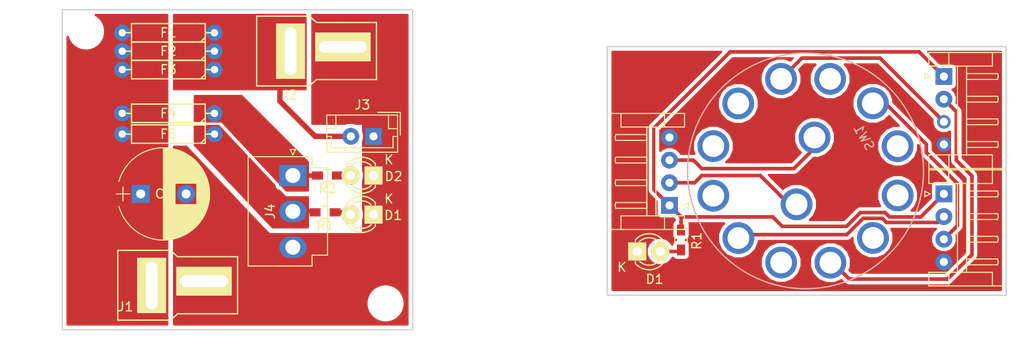
<source format=kicad_pcb>
(kicad_pcb (version 4) (host pcbnew 4.0.7-e2-6376~58~ubuntu16.04.1)

  (general
    (links 35)
    (no_connects 0)
    (area 66.050001 126.1 181.3886 174.800001)
    (thickness 1.6)
    (drawings 14)
    (tracks 81)
    (zones 0)
    (modules 22)
    (nets 25)
  )

  (page A4)
  (layers
    (0 F.Cu signal)
    (31 B.Cu signal)
    (32 B.Adhes user)
    (33 F.Adhes user)
    (34 B.Paste user)
    (35 F.Paste user)
    (36 B.SilkS user)
    (37 F.SilkS user)
    (38 B.Mask user)
    (39 F.Mask user)
    (40 Dwgs.User user hide)
    (41 Cmts.User user)
    (42 Eco1.User user)
    (43 Eco2.User user)
    (44 Edge.Cuts user)
    (45 Margin user)
    (46 B.CrtYd user)
    (47 F.CrtYd user)
    (48 B.Fab user)
    (49 F.Fab user)
  )

  (setup
    (last_trace_width 0.6)
    (user_trace_width 0.4)
    (user_trace_width 0.6)
    (user_trace_width 0.8)
    (user_trace_width 1)
    (trace_clearance 0.2)
    (zone_clearance 0.254)
    (zone_45_only yes)
    (trace_min 0.127)
    (segment_width 0.2)
    (edge_width 0.15)
    (via_size 0.6)
    (via_drill 0.4)
    (via_min_size 0.4)
    (via_min_drill 0.3)
    (user_via 0.5 0.3)
    (uvia_size 0.3)
    (uvia_drill 0.1)
    (uvias_allowed no)
    (uvia_min_size 0.2)
    (uvia_min_drill 0.1)
    (pcb_text_width 0.3)
    (pcb_text_size 1.5 1.5)
    (mod_edge_width 0.15)
    (mod_text_size 1 1)
    (mod_text_width 0.15)
    (pad_size 1.85 1.85)
    (pad_drill 0.9)
    (pad_to_mask_clearance 0.2)
    (aux_axis_origin 0 0)
    (visible_elements 7FFEEF6F)
    (pcbplotparams
      (layerselection 0x00030_80000001)
      (usegerberextensions false)
      (excludeedgelayer true)
      (linewidth 0.100000)
      (plotframeref false)
      (viasonmask false)
      (mode 1)
      (useauxorigin false)
      (hpglpennumber 1)
      (hpglpenspeed 20)
      (hpglpendiameter 15)
      (hpglpenoverlay 2)
      (psnegative false)
      (psa4output false)
      (plotreference true)
      (plotvalue true)
      (plotinvisibletext false)
      (padsonsilk false)
      (subtractmaskfromsilk false)
      (outputformat 1)
      (mirror false)
      (drillshape 1)
      (scaleselection 1)
      (outputdirectory ""))
  )

  (net 0 "")
  (net 1 GND)
  (net 2 "Net-(C9-Pad1)")
  (net 3 "Net-(D4-Pad2)")
  (net 4 "Net-(D6-Pad2)")
  (net 5 "Net-(F1-Pad1)")
  (net 6 "Net-(F4-Pad1)")
  (net 7 "Net-(F5-Pad1)")
  (net 8 +5VA)
  (net 9 "Net-(J7-Pad2)")
  (net 10 "Net-(J7-Pad3)")
  (net 11 GNDA)
  (net 12 D-a)
  (net 13 D+a)
  (net 14 D-d)
  (net 15 D+d)
  (net 16 "Net-(SW3-Pad2)")
  (net 17 "Net-(SW3-Pad4)")
  (net 18 "Net-(SW3-Pad5)")
  (net 19 "Net-(SW3-Pad6)")
  (net 20 "Net-(SW3-Pad8)")
  (net 21 "Net-(SW3-Pad10)")
  (net 22 "Net-(SW3-Pad11)")
  (net 23 "Net-(SW3-Pad12)")
  (net 24 "Net-(D7-Pad2)")

  (net_class Default "これは標準のネット クラスです。"
    (clearance 0.2)
    (trace_width 0.25)
    (via_dia 0.6)
    (via_drill 0.4)
    (uvia_dia 0.3)
    (uvia_drill 0.1)
    (add_net +5VA)
    (add_net D+a)
    (add_net D+d)
    (add_net D-a)
    (add_net D-d)
    (add_net GND)
    (add_net GNDA)
    (add_net "Net-(C9-Pad1)")
    (add_net "Net-(D4-Pad2)")
    (add_net "Net-(D6-Pad2)")
    (add_net "Net-(D7-Pad2)")
    (add_net "Net-(F1-Pad1)")
    (add_net "Net-(F4-Pad1)")
    (add_net "Net-(F5-Pad1)")
    (add_net "Net-(J7-Pad2)")
    (add_net "Net-(J7-Pad3)")
    (add_net "Net-(SW3-Pad10)")
    (add_net "Net-(SW3-Pad11)")
    (add_net "Net-(SW3-Pad12)")
    (add_net "Net-(SW3-Pad2)")
    (add_net "Net-(SW3-Pad4)")
    (add_net "Net-(SW3-Pad5)")
    (add_net "Net-(SW3-Pad6)")
    (add_net "Net-(SW3-Pad8)")
  )

  (module Mounting_Holes:MountingHole_3.2mm_M3 (layer F.Cu) (tedit 5C32E63C) (tstamp 5BBBAD4E)
    (at 77.8 132.7)
    (descr "Mounting Hole 3.2mm, no annular, M3")
    (tags "mounting hole 3.2mm no annular m3")
    (fp_text reference REF** (at 0 -4.2) (layer F.SilkS) hide
      (effects (font (size 1 1) (thickness 0.15)))
    )
    (fp_text value MountingHole_3.2mm_M3 (at 0 4.2) (layer F.Fab)
      (effects (font (size 1 1) (thickness 0.15)))
    )
    (fp_circle (center 0 0) (end 3.2 0) (layer Cmts.User) (width 0.15))
    (fp_circle (center 0 0) (end 3.45 0) (layer F.CrtYd) (width 0.05))
    (pad 1 np_thru_hole circle (at 0 0) (size 3.2 3.2) (drill 3.2) (layers *.Cu *.Mask))
  )

  (module zisaku:Fuse-p-sup (layer F.Cu) (tedit 0) (tstamp 5BA3401C)
    (at 86.868 132.842 180)
    (descr "Resitance 4 pas")
    (tags R)
    (path /5B9E9B37)
    (fp_text reference F1 (at 0 0 180) (layer F.SilkS)
      (effects (font (size 1 1) (thickness 0.15)))
    )
    (fp_text value Fuse (at 0 0 180) (layer F.Fab)
      (effects (font (size 1 1) (thickness 0.15)))
    )
    (fp_line (start -5.08 0) (end -4.064 0) (layer F.SilkS) (width 0.15))
    (fp_line (start -4.064 0) (end -4.064 -1.016) (layer F.SilkS) (width 0.15))
    (fp_line (start -4.064 -1.016) (end 4.064 -1.016) (layer F.SilkS) (width 0.15))
    (fp_line (start 4.064 -1.016) (end 4.064 1.016) (layer F.SilkS) (width 0.15))
    (fp_line (start 4.064 1.016) (end -4.064 1.016) (layer F.SilkS) (width 0.15))
    (fp_line (start -4.064 1.016) (end -4.064 0) (layer F.SilkS) (width 0.15))
    (fp_line (start -4.064 -0.508) (end -3.556 -1.016) (layer F.SilkS) (width 0.15))
    (fp_line (start 5.08 0) (end 4.064 0) (layer F.SilkS) (width 0.15))
    (pad 1 thru_hole circle (at -5.08 0 180) (size 1.778 1.778) (drill 0.8128) (layers *.Cu *.Mask)
      (net 5 "Net-(F1-Pad1)"))
    (pad 2 thru_hole circle (at 5.08 0 180) (size 1.778 1.778) (drill 0.8128) (layers *.Cu *.Mask)
      (net 2 "Net-(C9-Pad1)"))
    (model Discret.3dshapes/R4-LARGE_PADS.wrl
      (at (xyz 0 0 0))
      (scale (xyz 0.4 0.4 0.4))
      (rotate (xyz 0 0 0))
    )
  )

  (module zisaku:Fuse-p-sup (layer F.Cu) (tedit 0) (tstamp 5BA34022)
    (at 86.868 134.874 180)
    (descr "Resitance 4 pas")
    (tags R)
    (path /5B9E9BEB)
    (fp_text reference F2 (at 0 0 180) (layer F.SilkS)
      (effects (font (size 1 1) (thickness 0.15)))
    )
    (fp_text value Fuse (at 0 0 180) (layer F.Fab)
      (effects (font (size 1 1) (thickness 0.15)))
    )
    (fp_line (start -5.08 0) (end -4.064 0) (layer F.SilkS) (width 0.15))
    (fp_line (start -4.064 0) (end -4.064 -1.016) (layer F.SilkS) (width 0.15))
    (fp_line (start -4.064 -1.016) (end 4.064 -1.016) (layer F.SilkS) (width 0.15))
    (fp_line (start 4.064 -1.016) (end 4.064 1.016) (layer F.SilkS) (width 0.15))
    (fp_line (start 4.064 1.016) (end -4.064 1.016) (layer F.SilkS) (width 0.15))
    (fp_line (start -4.064 1.016) (end -4.064 0) (layer F.SilkS) (width 0.15))
    (fp_line (start -4.064 -0.508) (end -3.556 -1.016) (layer F.SilkS) (width 0.15))
    (fp_line (start 5.08 0) (end 4.064 0) (layer F.SilkS) (width 0.15))
    (pad 1 thru_hole circle (at -5.08 0 180) (size 1.778 1.778) (drill 0.8128) (layers *.Cu *.Mask)
      (net 5 "Net-(F1-Pad1)"))
    (pad 2 thru_hole circle (at 5.08 0 180) (size 1.778 1.778) (drill 0.8128) (layers *.Cu *.Mask)
      (net 2 "Net-(C9-Pad1)"))
    (model Discret.3dshapes/R4-LARGE_PADS.wrl
      (at (xyz 0 0 0))
      (scale (xyz 0.4 0.4 0.4))
      (rotate (xyz 0 0 0))
    )
  )

  (module zisaku:Fuse-p-sup (layer F.Cu) (tedit 0) (tstamp 5BA34028)
    (at 86.868 136.906 180)
    (descr "Resitance 4 pas")
    (tags R)
    (path /5B9E9C81)
    (fp_text reference F3 (at 0 0 180) (layer F.SilkS)
      (effects (font (size 1 1) (thickness 0.15)))
    )
    (fp_text value Fuse (at 0 0 180) (layer F.Fab)
      (effects (font (size 1 1) (thickness 0.15)))
    )
    (fp_line (start -5.08 0) (end -4.064 0) (layer F.SilkS) (width 0.15))
    (fp_line (start -4.064 0) (end -4.064 -1.016) (layer F.SilkS) (width 0.15))
    (fp_line (start -4.064 -1.016) (end 4.064 -1.016) (layer F.SilkS) (width 0.15))
    (fp_line (start 4.064 -1.016) (end 4.064 1.016) (layer F.SilkS) (width 0.15))
    (fp_line (start 4.064 1.016) (end -4.064 1.016) (layer F.SilkS) (width 0.15))
    (fp_line (start -4.064 1.016) (end -4.064 0) (layer F.SilkS) (width 0.15))
    (fp_line (start -4.064 -0.508) (end -3.556 -1.016) (layer F.SilkS) (width 0.15))
    (fp_line (start 5.08 0) (end 4.064 0) (layer F.SilkS) (width 0.15))
    (pad 1 thru_hole circle (at -5.08 0 180) (size 1.778 1.778) (drill 0.8128) (layers *.Cu *.Mask)
      (net 5 "Net-(F1-Pad1)"))
    (pad 2 thru_hole circle (at 5.08 0 180) (size 1.778 1.778) (drill 0.8128) (layers *.Cu *.Mask)
      (net 2 "Net-(C9-Pad1)"))
    (model Discret.3dshapes/R4-LARGE_PADS.wrl
      (at (xyz 0 0 0))
      (scale (xyz 0.4 0.4 0.4))
      (rotate (xyz 0 0 0))
    )
  )

  (module zisaku:Fuse-p-sup (layer F.Cu) (tedit 0) (tstamp 5BA3402E)
    (at 86.868 141.732 180)
    (descr "Resitance 4 pas")
    (tags R)
    (path /5B9FA873)
    (fp_text reference F4 (at 0 0 180) (layer F.SilkS)
      (effects (font (size 1 1) (thickness 0.15)))
    )
    (fp_text value Fuse (at 0 0 180) (layer F.Fab)
      (effects (font (size 1 1) (thickness 0.15)))
    )
    (fp_line (start -5.08 0) (end -4.064 0) (layer F.SilkS) (width 0.15))
    (fp_line (start -4.064 0) (end -4.064 -1.016) (layer F.SilkS) (width 0.15))
    (fp_line (start -4.064 -1.016) (end 4.064 -1.016) (layer F.SilkS) (width 0.15))
    (fp_line (start 4.064 -1.016) (end 4.064 1.016) (layer F.SilkS) (width 0.15))
    (fp_line (start 4.064 1.016) (end -4.064 1.016) (layer F.SilkS) (width 0.15))
    (fp_line (start -4.064 1.016) (end -4.064 0) (layer F.SilkS) (width 0.15))
    (fp_line (start -4.064 -0.508) (end -3.556 -1.016) (layer F.SilkS) (width 0.15))
    (fp_line (start 5.08 0) (end 4.064 0) (layer F.SilkS) (width 0.15))
    (pad 1 thru_hole circle (at -5.08 0 180) (size 1.778 1.778) (drill 0.8128) (layers *.Cu *.Mask)
      (net 6 "Net-(F4-Pad1)"))
    (pad 2 thru_hole circle (at 5.08 0 180) (size 1.778 1.778) (drill 0.8128) (layers *.Cu *.Mask)
      (net 2 "Net-(C9-Pad1)"))
    (model Discret.3dshapes/R4-LARGE_PADS.wrl
      (at (xyz 0 0 0))
      (scale (xyz 0.4 0.4 0.4))
      (rotate (xyz 0 0 0))
    )
  )

  (module zisaku:Fuse-p-sup (layer F.Cu) (tedit 0) (tstamp 5BA34034)
    (at 86.868 144.018 180)
    (descr "Resitance 4 pas")
    (tags R)
    (path /5B9FA7D2)
    (fp_text reference F5 (at 0 0 180) (layer F.SilkS)
      (effects (font (size 1 1) (thickness 0.15)))
    )
    (fp_text value Fuse (at 0 0 180) (layer F.Fab)
      (effects (font (size 1 1) (thickness 0.15)))
    )
    (fp_line (start -5.08 0) (end -4.064 0) (layer F.SilkS) (width 0.15))
    (fp_line (start -4.064 0) (end -4.064 -1.016) (layer F.SilkS) (width 0.15))
    (fp_line (start -4.064 -1.016) (end 4.064 -1.016) (layer F.SilkS) (width 0.15))
    (fp_line (start 4.064 -1.016) (end 4.064 1.016) (layer F.SilkS) (width 0.15))
    (fp_line (start 4.064 1.016) (end -4.064 1.016) (layer F.SilkS) (width 0.15))
    (fp_line (start -4.064 1.016) (end -4.064 0) (layer F.SilkS) (width 0.15))
    (fp_line (start -4.064 -0.508) (end -3.556 -1.016) (layer F.SilkS) (width 0.15))
    (fp_line (start 5.08 0) (end 4.064 0) (layer F.SilkS) (width 0.15))
    (pad 1 thru_hole circle (at -5.08 0 180) (size 1.778 1.778) (drill 0.8128) (layers *.Cu *.Mask)
      (net 7 "Net-(F5-Pad1)"))
    (pad 2 thru_hole circle (at 5.08 0 180) (size 1.778 1.778) (drill 0.8128) (layers *.Cu *.Mask)
      (net 2 "Net-(C9-Pad1)"))
    (model Discret.3dshapes/R4-LARGE_PADS.wrl
      (at (xyz 0 0 0))
      (scale (xyz 0.4 0.4 0.4))
      (rotate (xyz 0 0 0))
    )
  )

  (module Connectors_JST:JST_VH_B3P-VH-B_3x3.96mm_Vertical (layer F.Cu) (tedit 5C32E9EA) (tstamp 5BA3405B)
    (at 100.584 148.59 270)
    (descr "JST VH PBT series connector, B3P-VH-B, 3.96mm pitch, top entry type, through hole")
    (tags "connector jst vh pbt vertical")
    (path /5B9F7E6C)
    (fp_text reference J4 (at 3.9624 2.4892 270) (layer F.SilkS)
      (effects (font (size 1 1) (thickness 0.15)))
    )
    (fp_text value "Servo r-pi" (at 3.96 6 270) (layer F.Fab)
      (effects (font (size 1 1) (thickness 0.15)))
    )
    (fp_line (start -1.95 -2) (end -1.95 4.8) (layer F.Fab) (width 0.1))
    (fp_line (start -1.95 4.8) (end 9.87 4.8) (layer F.Fab) (width 0.1))
    (fp_line (start 9.87 4.8) (end 9.87 -2) (layer F.Fab) (width 0.1))
    (fp_line (start 9.87 -2) (end -1.95 -2) (layer F.Fab) (width 0.1))
    (fp_line (start -0.75 -2) (end -0.75 -3.7) (layer F.Fab) (width 0.1))
    (fp_line (start -0.75 -3.7) (end 8.67 -3.7) (layer F.Fab) (width 0.1))
    (fp_line (start 8.67 -3.7) (end 8.67 -2) (layer F.Fab) (width 0.1))
    (fp_line (start -1.95 -1) (end -0.95 0) (layer F.Fab) (width 0.1))
    (fp_line (start -1.95 1) (end -0.95 0) (layer F.Fab) (width 0.1))
    (fp_line (start -2.45 -4.2) (end -2.45 5.3) (layer F.CrtYd) (width 0.05))
    (fp_line (start -2.45 5.3) (end 10.37 5.3) (layer F.CrtYd) (width 0.05))
    (fp_line (start 10.37 5.3) (end 10.37 -4.2) (layer F.CrtYd) (width 0.05))
    (fp_line (start 10.37 -4.2) (end -2.45 -4.2) (layer F.CrtYd) (width 0.05))
    (fp_line (start -2.07 4.92) (end -2.07 -2.12) (layer F.SilkS) (width 0.12))
    (fp_line (start -2.07 -2.12) (end -0.87 -2.12) (layer F.SilkS) (width 0.12))
    (fp_line (start -0.87 -2.12) (end -0.87 -3.82) (layer F.SilkS) (width 0.12))
    (fp_line (start -0.87 -3.82) (end 8.79 -3.82) (layer F.SilkS) (width 0.12))
    (fp_line (start 8.79 -3.82) (end 8.79 -2.12) (layer F.SilkS) (width 0.12))
    (fp_line (start 8.79 -2.12) (end 9.99 -2.12) (layer F.SilkS) (width 0.12))
    (fp_line (start 9.99 -2.12) (end 9.99 4.92) (layer F.SilkS) (width 0.12))
    (fp_line (start 9.99 4.92) (end -2.07 4.92) (layer F.SilkS) (width 0.12))
    (fp_line (start -2.27 0) (end -2.87 0.3) (layer F.SilkS) (width 0.12))
    (fp_line (start -2.87 0.3) (end -2.87 -0.3) (layer F.SilkS) (width 0.12))
    (fp_line (start -2.87 -0.3) (end -2.27 0) (layer F.SilkS) (width 0.12))
    (fp_text user J4 (at 3.96 2.5 270) (layer F.Fab)
      (effects (font (size 1 1) (thickness 0.15)))
    )
    (pad 1 thru_hole rect (at 0 0 270) (size 2.35 3) (drill 1.65) (layers *.Cu *.Mask)
      (net 6 "Net-(F4-Pad1)"))
    (pad 2 thru_hole oval (at 3.96 0 270) (size 2.35 3) (drill 1.65) (layers *.Cu *.Mask)
      (net 7 "Net-(F5-Pad1)"))
    (pad 3 thru_hole oval (at 7.92 0 270) (size 2.35 3) (drill 1.65) (layers *.Cu *.Mask)
      (net 1 GND))
    (model ${KISYS3DMOD}/Connectors_JST.3dshapes/JST_VH_B3P-VH-B_3x3.96mm_Vertical.wrl
      (at (xyz 0 0 0))
      (scale (xyz 1 1 1))
      (rotate (xyz 0 0 0))
    )
  )

  (module Connectors_JST:JST_EH_S04B-EH_04x2.50mm_Angled (layer F.Cu) (tedit 5C32EA10) (tstamp 5BA34063)
    (at 142.0876 151.892 90)
    (descr "JST EH series connector, S04B-EH, 2.50mm pitch, side entry")
    (tags "connector jst eh side horizontal angled")
    (path /5BA06D4D)
    (fp_text reference J7 (at 3.75 3 90) (layer F.SilkS) hide
      (effects (font (size 1 1) (thickness 0.15)))
    )
    (fp_text value ST-Link (at 3.75 -8 90) (layer F.Fab)
      (effects (font (size 1 1) (thickness 0.15)))
    )
    (fp_text user J1 (at 3.75 -2 90) (layer F.Fab)
      (effects (font (size 1 1) (thickness 0.15)))
    )
    (fp_line (start -2.5 -6.7) (end -2.5 1.5) (layer F.Fab) (width 0.1))
    (fp_line (start -2.5 1.5) (end 10 1.5) (layer F.Fab) (width 0.1))
    (fp_line (start 10 1.5) (end 10 -6.7) (layer F.Fab) (width 0.1))
    (fp_line (start 10 -6.7) (end -2.5 -6.7) (layer F.Fab) (width 0.1))
    (fp_line (start -1.15 -0.55) (end -1.15 1.65) (layer F.SilkS) (width 0.12))
    (fp_line (start -1.15 1.65) (end -2.65 1.65) (layer F.SilkS) (width 0.12))
    (fp_line (start -2.65 1.65) (end -2.65 -6.85) (layer F.SilkS) (width 0.12))
    (fp_line (start -2.65 -6.85) (end 10.15 -6.85) (layer F.SilkS) (width 0.12))
    (fp_line (start 10.15 -6.85) (end 10.15 1.65) (layer F.SilkS) (width 0.12))
    (fp_line (start 10.15 1.65) (end 8.65 1.65) (layer F.SilkS) (width 0.12))
    (fp_line (start 8.65 1.65) (end 8.65 -0.55) (layer F.SilkS) (width 0.12))
    (fp_line (start -2.65 -5.35) (end -1.15 -5.35) (layer F.SilkS) (width 0.12))
    (fp_line (start -1.15 -5.35) (end -1.15 -0.55) (layer F.SilkS) (width 0.12))
    (fp_line (start -1.15 -0.55) (end -2.65 -0.55) (layer F.SilkS) (width 0.12))
    (fp_line (start 10.15 -5.35) (end 8.65 -5.35) (layer F.SilkS) (width 0.12))
    (fp_line (start 8.65 -5.35) (end 8.65 -0.55) (layer F.SilkS) (width 0.12))
    (fp_line (start 8.65 -0.55) (end 10.15 -0.55) (layer F.SilkS) (width 0.12))
    (fp_line (start -1.15 -2.5) (end 8.65 -2.5) (layer F.SilkS) (width 0.12))
    (fp_line (start -1.15 -1.5) (end 8.65 -1.5) (layer F.SilkS) (width 0.12))
    (fp_line (start 0 -2.5) (end -0.32 -2.5) (layer F.SilkS) (width 0.12))
    (fp_line (start -0.32 -2.5) (end -0.32 -5.92) (layer F.SilkS) (width 0.12))
    (fp_line (start -0.32 -5.92) (end 0 -6) (layer F.SilkS) (width 0.12))
    (fp_line (start 0 -6) (end 0.32 -5.92) (layer F.SilkS) (width 0.12))
    (fp_line (start 0.32 -5.92) (end 0.32 -2.5) (layer F.SilkS) (width 0.12))
    (fp_line (start 0.32 -2.5) (end 0 -2.5) (layer F.SilkS) (width 0.12))
    (fp_line (start 2.5 -2.5) (end 2.18 -2.5) (layer F.SilkS) (width 0.12))
    (fp_line (start 2.18 -2.5) (end 2.18 -5.92) (layer F.SilkS) (width 0.12))
    (fp_line (start 2.18 -5.92) (end 2.5 -6) (layer F.SilkS) (width 0.12))
    (fp_line (start 2.5 -6) (end 2.82 -5.92) (layer F.SilkS) (width 0.12))
    (fp_line (start 2.82 -5.92) (end 2.82 -2.5) (layer F.SilkS) (width 0.12))
    (fp_line (start 2.82 -2.5) (end 2.5 -2.5) (layer F.SilkS) (width 0.12))
    (fp_line (start 5 -2.5) (end 4.68 -2.5) (layer F.SilkS) (width 0.12))
    (fp_line (start 4.68 -2.5) (end 4.68 -5.92) (layer F.SilkS) (width 0.12))
    (fp_line (start 4.68 -5.92) (end 5 -6) (layer F.SilkS) (width 0.12))
    (fp_line (start 5 -6) (end 5.32 -5.92) (layer F.SilkS) (width 0.12))
    (fp_line (start 5.32 -5.92) (end 5.32 -2.5) (layer F.SilkS) (width 0.12))
    (fp_line (start 5.32 -2.5) (end 5 -2.5) (layer F.SilkS) (width 0.12))
    (fp_line (start 7.5 -2.5) (end 7.18 -2.5) (layer F.SilkS) (width 0.12))
    (fp_line (start 7.18 -2.5) (end 7.18 -5.92) (layer F.SilkS) (width 0.12))
    (fp_line (start 7.18 -5.92) (end 7.5 -6) (layer F.SilkS) (width 0.12))
    (fp_line (start 7.5 -6) (end 7.82 -5.92) (layer F.SilkS) (width 0.12))
    (fp_line (start 7.82 -5.92) (end 7.82 -2.5) (layer F.SilkS) (width 0.12))
    (fp_line (start 7.82 -2.5) (end 7.5 -2.5) (layer F.SilkS) (width 0.12))
    (fp_line (start 0 1.5) (end -0.3 2.1) (layer F.SilkS) (width 0.12))
    (fp_line (start -0.3 2.1) (end 0.3 2.1) (layer F.SilkS) (width 0.12))
    (fp_line (start 0.3 2.1) (end 0 1.5) (layer F.SilkS) (width 0.12))
    (fp_line (start 0 1.5) (end -0.3 2.1) (layer F.Fab) (width 0.1))
    (fp_line (start -0.3 2.1) (end 0.3 2.1) (layer F.Fab) (width 0.1))
    (fp_line (start 0.3 2.1) (end 0 1.5) (layer F.Fab) (width 0.1))
    (fp_line (start -3.15 -7.35) (end -3.15 2.15) (layer F.CrtYd) (width 0.05))
    (fp_line (start -3.15 2.15) (end 10.65 2.15) (layer F.CrtYd) (width 0.05))
    (fp_line (start 10.65 2.15) (end 10.65 -7.35) (layer F.CrtYd) (width 0.05))
    (fp_line (start 10.65 -7.35) (end -3.15 -7.35) (layer F.CrtYd) (width 0.05))
    (pad 1 thru_hole rect (at 0 0 90) (size 1.85 1.85) (drill 0.9) (layers *.Cu *.Mask)
      (net 8 +5VA))
    (pad 2 thru_hole circle (at 2.5 0 90) (size 1.85 1.85) (drill 0.9) (layers *.Cu *.Mask)
      (net 9 "Net-(J7-Pad2)"))
    (pad 3 thru_hole circle (at 5 0 90) (size 1.85 1.85) (drill 0.9) (layers *.Cu *.Mask)
      (net 10 "Net-(J7-Pad3)"))
    (pad 4 thru_hole circle (at 7.5 0 90) (size 1.85 1.85) (drill 0.9) (layers *.Cu *.Mask)
      (net 11 GNDA))
    (model Connectors_JST.3dshapes/JST_EH_S04B-EH_04x2.50mm_Angled.wrl
      (at (xyz 0 0 0))
      (scale (xyz 1 1 1))
      (rotate (xyz 0 0 0))
    )
  )

  (module Connectors_JST:JST_EH_S04B-EH_04x2.50mm_Angled (layer F.Cu) (tedit 5C32EA42) (tstamp 5BA3406B)
    (at 172.3136 137.668 270)
    (descr "JST EH series connector, S04B-EH, 2.50mm pitch, side entry")
    (tags "connector jst eh side horizontal angled")
    (path /5BA06E9A)
    (fp_text reference J2 (at 3.75 3 270) (layer F.SilkS) hide
      (effects (font (size 1 1) (thickness 0.15)))
    )
    (fp_text value R-pi (at 3.75 -8 270) (layer F.Fab)
      (effects (font (size 1 1) (thickness 0.15)))
    )
    (fp_text user %R (at 3.75 -2 270) (layer F.Fab)
      (effects (font (size 1 1) (thickness 0.15)))
    )
    (fp_line (start -2.5 -6.7) (end -2.5 1.5) (layer F.Fab) (width 0.1))
    (fp_line (start -2.5 1.5) (end 10 1.5) (layer F.Fab) (width 0.1))
    (fp_line (start 10 1.5) (end 10 -6.7) (layer F.Fab) (width 0.1))
    (fp_line (start 10 -6.7) (end -2.5 -6.7) (layer F.Fab) (width 0.1))
    (fp_line (start -1.15 -0.55) (end -1.15 1.65) (layer F.SilkS) (width 0.12))
    (fp_line (start -1.15 1.65) (end -2.65 1.65) (layer F.SilkS) (width 0.12))
    (fp_line (start -2.65 1.65) (end -2.65 -6.85) (layer F.SilkS) (width 0.12))
    (fp_line (start -2.65 -6.85) (end 10.15 -6.85) (layer F.SilkS) (width 0.12))
    (fp_line (start 10.15 -6.85) (end 10.15 1.65) (layer F.SilkS) (width 0.12))
    (fp_line (start 10.15 1.65) (end 8.65 1.65) (layer F.SilkS) (width 0.12))
    (fp_line (start 8.65 1.65) (end 8.65 -0.55) (layer F.SilkS) (width 0.12))
    (fp_line (start -2.65 -5.35) (end -1.15 -5.35) (layer F.SilkS) (width 0.12))
    (fp_line (start -1.15 -5.35) (end -1.15 -0.55) (layer F.SilkS) (width 0.12))
    (fp_line (start -1.15 -0.55) (end -2.65 -0.55) (layer F.SilkS) (width 0.12))
    (fp_line (start 10.15 -5.35) (end 8.65 -5.35) (layer F.SilkS) (width 0.12))
    (fp_line (start 8.65 -5.35) (end 8.65 -0.55) (layer F.SilkS) (width 0.12))
    (fp_line (start 8.65 -0.55) (end 10.15 -0.55) (layer F.SilkS) (width 0.12))
    (fp_line (start -1.15 -2.5) (end 8.65 -2.5) (layer F.SilkS) (width 0.12))
    (fp_line (start -1.15 -1.5) (end 8.65 -1.5) (layer F.SilkS) (width 0.12))
    (fp_line (start 0 -2.5) (end -0.32 -2.5) (layer F.SilkS) (width 0.12))
    (fp_line (start -0.32 -2.5) (end -0.32 -5.92) (layer F.SilkS) (width 0.12))
    (fp_line (start -0.32 -5.92) (end 0 -6) (layer F.SilkS) (width 0.12))
    (fp_line (start 0 -6) (end 0.32 -5.92) (layer F.SilkS) (width 0.12))
    (fp_line (start 0.32 -5.92) (end 0.32 -2.5) (layer F.SilkS) (width 0.12))
    (fp_line (start 0.32 -2.5) (end 0 -2.5) (layer F.SilkS) (width 0.12))
    (fp_line (start 2.5 -2.5) (end 2.18 -2.5) (layer F.SilkS) (width 0.12))
    (fp_line (start 2.18 -2.5) (end 2.18 -5.92) (layer F.SilkS) (width 0.12))
    (fp_line (start 2.18 -5.92) (end 2.5 -6) (layer F.SilkS) (width 0.12))
    (fp_line (start 2.5 -6) (end 2.82 -5.92) (layer F.SilkS) (width 0.12))
    (fp_line (start 2.82 -5.92) (end 2.82 -2.5) (layer F.SilkS) (width 0.12))
    (fp_line (start 2.82 -2.5) (end 2.5 -2.5) (layer F.SilkS) (width 0.12))
    (fp_line (start 5 -2.5) (end 4.68 -2.5) (layer F.SilkS) (width 0.12))
    (fp_line (start 4.68 -2.5) (end 4.68 -5.92) (layer F.SilkS) (width 0.12))
    (fp_line (start 4.68 -5.92) (end 5 -6) (layer F.SilkS) (width 0.12))
    (fp_line (start 5 -6) (end 5.32 -5.92) (layer F.SilkS) (width 0.12))
    (fp_line (start 5.32 -5.92) (end 5.32 -2.5) (layer F.SilkS) (width 0.12))
    (fp_line (start 5.32 -2.5) (end 5 -2.5) (layer F.SilkS) (width 0.12))
    (fp_line (start 7.5 -2.5) (end 7.18 -2.5) (layer F.SilkS) (width 0.12))
    (fp_line (start 7.18 -2.5) (end 7.18 -5.92) (layer F.SilkS) (width 0.12))
    (fp_line (start 7.18 -5.92) (end 7.5 -6) (layer F.SilkS) (width 0.12))
    (fp_line (start 7.5 -6) (end 7.82 -5.92) (layer F.SilkS) (width 0.12))
    (fp_line (start 7.82 -5.92) (end 7.82 -2.5) (layer F.SilkS) (width 0.12))
    (fp_line (start 7.82 -2.5) (end 7.5 -2.5) (layer F.SilkS) (width 0.12))
    (fp_line (start 0 1.5) (end -0.3 2.1) (layer F.SilkS) (width 0.12))
    (fp_line (start -0.3 2.1) (end 0.3 2.1) (layer F.SilkS) (width 0.12))
    (fp_line (start 0.3 2.1) (end 0 1.5) (layer F.SilkS) (width 0.12))
    (fp_line (start 0 1.5) (end -0.3 2.1) (layer F.Fab) (width 0.1))
    (fp_line (start -0.3 2.1) (end 0.3 2.1) (layer F.Fab) (width 0.1))
    (fp_line (start 0.3 2.1) (end 0 1.5) (layer F.Fab) (width 0.1))
    (fp_line (start -3.15 -7.35) (end -3.15 2.15) (layer F.CrtYd) (width 0.05))
    (fp_line (start -3.15 2.15) (end 10.65 2.15) (layer F.CrtYd) (width 0.05))
    (fp_line (start 10.65 2.15) (end 10.65 -7.35) (layer F.CrtYd) (width 0.05))
    (fp_line (start 10.65 -7.35) (end -3.15 -7.35) (layer F.CrtYd) (width 0.05))
    (pad 1 thru_hole rect (at 0 0 270) (size 1.85 1.85) (drill 0.9) (layers *.Cu *.Mask)
      (net 8 +5VA))
    (pad 2 thru_hole circle (at 2.5 0 270) (size 1.85 1.85) (drill 0.9) (layers *.Cu *.Mask)
      (net 12 D-a))
    (pad 3 thru_hole circle (at 5 0 270) (size 1.5 1.5) (drill 0.9) (layers *.Cu *.Mask)
      (net 13 D+a))
    (pad 4 thru_hole circle (at 7.5 0 270) (size 1.6 1.6) (drill 0.9) (layers *.Cu *.Mask)
      (net 11 GNDA))
    (model Connectors_JST.3dshapes/JST_EH_S04B-EH_04x2.50mm_Angled.wrl
      (at (xyz 0 0 0))
      (scale (xyz 1 1 1))
      (rotate (xyz 0 0 0))
    )
  )

  (module Connectors_JST:JST_EH_S04B-EH_04x2.50mm_Angled (layer F.Cu) (tedit 5C32EA48) (tstamp 5BA34073)
    (at 172.3136 150.622 270)
    (descr "JST EH series connector, S04B-EH, 2.50mm pitch, side entry")
    (tags "connector jst eh side horizontal angled")
    (path /5BA06F95)
    (fp_text reference J3 (at 3.75 3 270) (layer F.SilkS) hide
      (effects (font (size 1 1) (thickness 0.15)))
    )
    (fp_text value PC (at 3.75 -8 270) (layer F.Fab)
      (effects (font (size 1 1) (thickness 0.15)))
    )
    (fp_text user %R (at 3.75 -2 270) (layer F.Fab)
      (effects (font (size 1 1) (thickness 0.15)))
    )
    (fp_line (start -2.5 -6.7) (end -2.5 1.5) (layer F.Fab) (width 0.1))
    (fp_line (start -2.5 1.5) (end 10 1.5) (layer F.Fab) (width 0.1))
    (fp_line (start 10 1.5) (end 10 -6.7) (layer F.Fab) (width 0.1))
    (fp_line (start 10 -6.7) (end -2.5 -6.7) (layer F.Fab) (width 0.1))
    (fp_line (start -1.15 -0.55) (end -1.15 1.65) (layer F.SilkS) (width 0.12))
    (fp_line (start -1.15 1.65) (end -2.65 1.65) (layer F.SilkS) (width 0.12))
    (fp_line (start -2.65 1.65) (end -2.65 -6.85) (layer F.SilkS) (width 0.12))
    (fp_line (start -2.65 -6.85) (end 10.15 -6.85) (layer F.SilkS) (width 0.12))
    (fp_line (start 10.15 -6.85) (end 10.15 1.65) (layer F.SilkS) (width 0.12))
    (fp_line (start 10.15 1.65) (end 8.65 1.65) (layer F.SilkS) (width 0.12))
    (fp_line (start 8.65 1.65) (end 8.65 -0.55) (layer F.SilkS) (width 0.12))
    (fp_line (start -2.65 -5.35) (end -1.15 -5.35) (layer F.SilkS) (width 0.12))
    (fp_line (start -1.15 -5.35) (end -1.15 -0.55) (layer F.SilkS) (width 0.12))
    (fp_line (start -1.15 -0.55) (end -2.65 -0.55) (layer F.SilkS) (width 0.12))
    (fp_line (start 10.15 -5.35) (end 8.65 -5.35) (layer F.SilkS) (width 0.12))
    (fp_line (start 8.65 -5.35) (end 8.65 -0.55) (layer F.SilkS) (width 0.12))
    (fp_line (start 8.65 -0.55) (end 10.15 -0.55) (layer F.SilkS) (width 0.12))
    (fp_line (start -1.15 -2.5) (end 8.65 -2.5) (layer F.SilkS) (width 0.12))
    (fp_line (start -1.15 -1.5) (end 8.65 -1.5) (layer F.SilkS) (width 0.12))
    (fp_line (start 0 -2.5) (end -0.32 -2.5) (layer F.SilkS) (width 0.12))
    (fp_line (start -0.32 -2.5) (end -0.32 -5.92) (layer F.SilkS) (width 0.12))
    (fp_line (start -0.32 -5.92) (end 0 -6) (layer F.SilkS) (width 0.12))
    (fp_line (start 0 -6) (end 0.32 -5.92) (layer F.SilkS) (width 0.12))
    (fp_line (start 0.32 -5.92) (end 0.32 -2.5) (layer F.SilkS) (width 0.12))
    (fp_line (start 0.32 -2.5) (end 0 -2.5) (layer F.SilkS) (width 0.12))
    (fp_line (start 2.5 -2.5) (end 2.18 -2.5) (layer F.SilkS) (width 0.12))
    (fp_line (start 2.18 -2.5) (end 2.18 -5.92) (layer F.SilkS) (width 0.12))
    (fp_line (start 2.18 -5.92) (end 2.5 -6) (layer F.SilkS) (width 0.12))
    (fp_line (start 2.5 -6) (end 2.82 -5.92) (layer F.SilkS) (width 0.12))
    (fp_line (start 2.82 -5.92) (end 2.82 -2.5) (layer F.SilkS) (width 0.12))
    (fp_line (start 2.82 -2.5) (end 2.5 -2.5) (layer F.SilkS) (width 0.12))
    (fp_line (start 5 -2.5) (end 4.68 -2.5) (layer F.SilkS) (width 0.12))
    (fp_line (start 4.68 -2.5) (end 4.68 -5.92) (layer F.SilkS) (width 0.12))
    (fp_line (start 4.68 -5.92) (end 5 -6) (layer F.SilkS) (width 0.12))
    (fp_line (start 5 -6) (end 5.32 -5.92) (layer F.SilkS) (width 0.12))
    (fp_line (start 5.32 -5.92) (end 5.32 -2.5) (layer F.SilkS) (width 0.12))
    (fp_line (start 5.32 -2.5) (end 5 -2.5) (layer F.SilkS) (width 0.12))
    (fp_line (start 7.5 -2.5) (end 7.18 -2.5) (layer F.SilkS) (width 0.12))
    (fp_line (start 7.18 -2.5) (end 7.18 -5.92) (layer F.SilkS) (width 0.12))
    (fp_line (start 7.18 -5.92) (end 7.5 -6) (layer F.SilkS) (width 0.12))
    (fp_line (start 7.5 -6) (end 7.82 -5.92) (layer F.SilkS) (width 0.12))
    (fp_line (start 7.82 -5.92) (end 7.82 -2.5) (layer F.SilkS) (width 0.12))
    (fp_line (start 7.82 -2.5) (end 7.5 -2.5) (layer F.SilkS) (width 0.12))
    (fp_line (start 0 1.5) (end -0.3 2.1) (layer F.SilkS) (width 0.12))
    (fp_line (start -0.3 2.1) (end 0.3 2.1) (layer F.SilkS) (width 0.12))
    (fp_line (start 0.3 2.1) (end 0 1.5) (layer F.SilkS) (width 0.12))
    (fp_line (start 0 1.5) (end -0.3 2.1) (layer F.Fab) (width 0.1))
    (fp_line (start -0.3 2.1) (end 0.3 2.1) (layer F.Fab) (width 0.1))
    (fp_line (start 0.3 2.1) (end 0 1.5) (layer F.Fab) (width 0.1))
    (fp_line (start -3.15 -7.35) (end -3.15 2.15) (layer F.CrtYd) (width 0.05))
    (fp_line (start -3.15 2.15) (end 10.65 2.15) (layer F.CrtYd) (width 0.05))
    (fp_line (start 10.65 2.15) (end 10.65 -7.35) (layer F.CrtYd) (width 0.05))
    (fp_line (start 10.65 -7.35) (end -3.15 -7.35) (layer F.CrtYd) (width 0.05))
    (pad 1 thru_hole rect (at 0 0 270) (size 1.85 1.85) (drill 0.9) (layers *.Cu *.Mask)
      (net 8 +5VA))
    (pad 2 thru_hole circle (at 2.5 0 270) (size 1.85 1.85) (drill 0.9) (layers *.Cu *.Mask)
      (net 14 D-d))
    (pad 3 thru_hole circle (at 5 0 270) (size 1.85 1.85) (drill 0.9) (layers *.Cu *.Mask)
      (net 15 D+d))
    (pad 4 thru_hole circle (at 7.5 0 270) (size 1.85 1.85) (drill 0.9) (layers *.Cu *.Mask)
      (net 11 GNDA))
    (model Connectors_JST.3dshapes/JST_EH_S04B-EH_04x2.50mm_Angled.wrl
      (at (xyz 0 0 0))
      (scale (xyz 1 1 1))
      (rotate (xyz 0 0 0))
    )
  )

  (module Resistors_SMD:R_0603_HandSoldering (layer F.Cu) (tedit 5C32E9A9) (tstamp 5BA340EF)
    (at 104.14 152.654 180)
    (descr "Resistor SMD 0603, hand soldering")
    (tags "resistor 0603")
    (path /5BA02B64)
    (attr smd)
    (fp_text reference R1 (at 0 -1.45 180) (layer F.SilkS)
      (effects (font (size 1 1) (thickness 0.15)))
    )
    (fp_text value 1k (at 0 1.55 180) (layer F.Fab)
      (effects (font (size 1 1) (thickness 0.15)))
    )
    (fp_text user %R (at 0 0 180) (layer F.Fab)
      (effects (font (size 0.4 0.4) (thickness 0.075)))
    )
    (fp_line (start -0.8 0.4) (end -0.8 -0.4) (layer F.Fab) (width 0.1))
    (fp_line (start 0.8 0.4) (end -0.8 0.4) (layer F.Fab) (width 0.1))
    (fp_line (start 0.8 -0.4) (end 0.8 0.4) (layer F.Fab) (width 0.1))
    (fp_line (start -0.8 -0.4) (end 0.8 -0.4) (layer F.Fab) (width 0.1))
    (fp_line (start 0.5 0.68) (end -0.5 0.68) (layer F.SilkS) (width 0.12))
    (fp_line (start -0.5 -0.68) (end 0.5 -0.68) (layer F.SilkS) (width 0.12))
    (fp_line (start -1.96 -0.7) (end 1.95 -0.7) (layer F.CrtYd) (width 0.05))
    (fp_line (start -1.96 -0.7) (end -1.96 0.7) (layer F.CrtYd) (width 0.05))
    (fp_line (start 1.95 0.7) (end 1.95 -0.7) (layer F.CrtYd) (width 0.05))
    (fp_line (start 1.95 0.7) (end -1.96 0.7) (layer F.CrtYd) (width 0.05))
    (pad 1 smd rect (at -1.1 0 180) (size 1.2 0.9) (layers F.Cu F.Paste F.Mask)
      (net 3 "Net-(D4-Pad2)"))
    (pad 2 smd rect (at 1.1 0 180) (size 1.2 0.9) (layers F.Cu F.Paste F.Mask)
      (net 7 "Net-(F5-Pad1)"))
    (model ${KISYS3DMOD}/Resistors_SMD.3dshapes/R_0603.wrl
      (at (xyz 0 0 0))
      (scale (xyz 1 1 1))
      (rotate (xyz 0 0 0))
    )
  )

  (module Resistors_SMD:R_0603_HandSoldering (layer F.Cu) (tedit 5C32E9AC) (tstamp 5BA340F5)
    (at 104.394 148.59 180)
    (descr "Resistor SMD 0603, hand soldering")
    (tags "resistor 0603")
    (path /5BA012F7)
    (attr smd)
    (fp_text reference R2 (at 0 -1.45 180) (layer F.SilkS)
      (effects (font (size 1 1) (thickness 0.15)))
    )
    (fp_text value 1k (at 0 1.55 180) (layer F.Fab)
      (effects (font (size 1 1) (thickness 0.15)))
    )
    (fp_text user %R (at 0 0 180) (layer F.Fab)
      (effects (font (size 0.4 0.4) (thickness 0.075)))
    )
    (fp_line (start -0.8 0.4) (end -0.8 -0.4) (layer F.Fab) (width 0.1))
    (fp_line (start 0.8 0.4) (end -0.8 0.4) (layer F.Fab) (width 0.1))
    (fp_line (start 0.8 -0.4) (end 0.8 0.4) (layer F.Fab) (width 0.1))
    (fp_line (start -0.8 -0.4) (end 0.8 -0.4) (layer F.Fab) (width 0.1))
    (fp_line (start 0.5 0.68) (end -0.5 0.68) (layer F.SilkS) (width 0.12))
    (fp_line (start -0.5 -0.68) (end 0.5 -0.68) (layer F.SilkS) (width 0.12))
    (fp_line (start -1.96 -0.7) (end 1.95 -0.7) (layer F.CrtYd) (width 0.05))
    (fp_line (start -1.96 -0.7) (end -1.96 0.7) (layer F.CrtYd) (width 0.05))
    (fp_line (start 1.95 0.7) (end 1.95 -0.7) (layer F.CrtYd) (width 0.05))
    (fp_line (start 1.95 0.7) (end -1.96 0.7) (layer F.CrtYd) (width 0.05))
    (pad 1 smd rect (at -1.1 0 180) (size 1.2 0.9) (layers F.Cu F.Paste F.Mask)
      (net 4 "Net-(D6-Pad2)"))
    (pad 2 smd rect (at 1.1 0 180) (size 1.2 0.9) (layers F.Cu F.Paste F.Mask)
      (net 6 "Net-(F4-Pad1)"))
    (model ${KISYS3DMOD}/Resistors_SMD.3dshapes/R_0603.wrl
      (at (xyz 0 0 0))
      (scale (xyz 1 1 1))
      (rotate (xyz 0 0 0))
    )
  )

  (module Capacitors_THT:CP_Radial_D10.0mm_P5.00mm (layer F.Cu) (tedit 5C32E68E) (tstamp 5BA34315)
    (at 83.82 150.622)
    (descr "CP, Radial series, Radial, pin pitch=5.00mm, , diameter=10mm, Electrolytic Capacitor")
    (tags "CP Radial series Radial pin pitch 5.00mm  diameter 10mm Electrolytic Capacitor")
    (path /5BA0E3F1)
    (fp_text reference C9 (at 2.54 0) (layer F.SilkS)
      (effects (font (size 1 1) (thickness 0.15)))
    )
    (fp_text value 470uF (at 2.5 6.31) (layer F.Fab)
      (effects (font (size 1 1) (thickness 0.15)))
    )
    (fp_arc (start 2.5 0) (end -2.399357 -1.38) (angle 148.5) (layer F.SilkS) (width 0.12))
    (fp_arc (start 2.5 0) (end -2.399357 1.38) (angle -148.5) (layer F.SilkS) (width 0.12))
    (fp_arc (start 2.5 0) (end 7.399357 -1.38) (angle 31.5) (layer F.SilkS) (width 0.12))
    (fp_circle (center 2.5 0) (end 7.5 0) (layer F.Fab) (width 0.1))
    (fp_line (start -2.7 0) (end -1.2 0) (layer F.Fab) (width 0.1))
    (fp_line (start -1.95 -0.75) (end -1.95 0.75) (layer F.Fab) (width 0.1))
    (fp_line (start 2.5 -5.05) (end 2.5 5.05) (layer F.SilkS) (width 0.12))
    (fp_line (start 2.54 -5.05) (end 2.54 5.05) (layer F.SilkS) (width 0.12))
    (fp_line (start 2.58 -5.05) (end 2.58 5.05) (layer F.SilkS) (width 0.12))
    (fp_line (start 2.62 -5.049) (end 2.62 5.049) (layer F.SilkS) (width 0.12))
    (fp_line (start 2.66 -5.048) (end 2.66 5.048) (layer F.SilkS) (width 0.12))
    (fp_line (start 2.7 -5.047) (end 2.7 5.047) (layer F.SilkS) (width 0.12))
    (fp_line (start 2.74 -5.045) (end 2.74 5.045) (layer F.SilkS) (width 0.12))
    (fp_line (start 2.78 -5.043) (end 2.78 5.043) (layer F.SilkS) (width 0.12))
    (fp_line (start 2.82 -5.04) (end 2.82 5.04) (layer F.SilkS) (width 0.12))
    (fp_line (start 2.86 -5.038) (end 2.86 5.038) (layer F.SilkS) (width 0.12))
    (fp_line (start 2.9 -5.035) (end 2.9 5.035) (layer F.SilkS) (width 0.12))
    (fp_line (start 2.94 -5.031) (end 2.94 5.031) (layer F.SilkS) (width 0.12))
    (fp_line (start 2.98 -5.028) (end 2.98 5.028) (layer F.SilkS) (width 0.12))
    (fp_line (start 3.02 -5.024) (end 3.02 5.024) (layer F.SilkS) (width 0.12))
    (fp_line (start 3.06 -5.02) (end 3.06 5.02) (layer F.SilkS) (width 0.12))
    (fp_line (start 3.1 -5.015) (end 3.1 5.015) (layer F.SilkS) (width 0.12))
    (fp_line (start 3.14 -5.01) (end 3.14 5.01) (layer F.SilkS) (width 0.12))
    (fp_line (start 3.18 -5.005) (end 3.18 5.005) (layer F.SilkS) (width 0.12))
    (fp_line (start 3.221 -4.999) (end 3.221 4.999) (layer F.SilkS) (width 0.12))
    (fp_line (start 3.261 -4.993) (end 3.261 4.993) (layer F.SilkS) (width 0.12))
    (fp_line (start 3.301 -4.987) (end 3.301 4.987) (layer F.SilkS) (width 0.12))
    (fp_line (start 3.341 -4.981) (end 3.341 4.981) (layer F.SilkS) (width 0.12))
    (fp_line (start 3.381 -4.974) (end 3.381 4.974) (layer F.SilkS) (width 0.12))
    (fp_line (start 3.421 -4.967) (end 3.421 4.967) (layer F.SilkS) (width 0.12))
    (fp_line (start 3.461 -4.959) (end 3.461 4.959) (layer F.SilkS) (width 0.12))
    (fp_line (start 3.501 -4.951) (end 3.501 4.951) (layer F.SilkS) (width 0.12))
    (fp_line (start 3.541 -4.943) (end 3.541 4.943) (layer F.SilkS) (width 0.12))
    (fp_line (start 3.581 -4.935) (end 3.581 4.935) (layer F.SilkS) (width 0.12))
    (fp_line (start 3.621 -4.926) (end 3.621 4.926) (layer F.SilkS) (width 0.12))
    (fp_line (start 3.661 -4.917) (end 3.661 4.917) (layer F.SilkS) (width 0.12))
    (fp_line (start 3.701 -4.907) (end 3.701 4.907) (layer F.SilkS) (width 0.12))
    (fp_line (start 3.741 -4.897) (end 3.741 4.897) (layer F.SilkS) (width 0.12))
    (fp_line (start 3.781 -4.887) (end 3.781 4.887) (layer F.SilkS) (width 0.12))
    (fp_line (start 3.821 -4.876) (end 3.821 -1.181) (layer F.SilkS) (width 0.12))
    (fp_line (start 3.821 1.181) (end 3.821 4.876) (layer F.SilkS) (width 0.12))
    (fp_line (start 3.861 -4.865) (end 3.861 -1.181) (layer F.SilkS) (width 0.12))
    (fp_line (start 3.861 1.181) (end 3.861 4.865) (layer F.SilkS) (width 0.12))
    (fp_line (start 3.901 -4.854) (end 3.901 -1.181) (layer F.SilkS) (width 0.12))
    (fp_line (start 3.901 1.181) (end 3.901 4.854) (layer F.SilkS) (width 0.12))
    (fp_line (start 3.941 -4.843) (end 3.941 -1.181) (layer F.SilkS) (width 0.12))
    (fp_line (start 3.941 1.181) (end 3.941 4.843) (layer F.SilkS) (width 0.12))
    (fp_line (start 3.981 -4.831) (end 3.981 -1.181) (layer F.SilkS) (width 0.12))
    (fp_line (start 3.981 1.181) (end 3.981 4.831) (layer F.SilkS) (width 0.12))
    (fp_line (start 4.021 -4.818) (end 4.021 -1.181) (layer F.SilkS) (width 0.12))
    (fp_line (start 4.021 1.181) (end 4.021 4.818) (layer F.SilkS) (width 0.12))
    (fp_line (start 4.061 -4.806) (end 4.061 -1.181) (layer F.SilkS) (width 0.12))
    (fp_line (start 4.061 1.181) (end 4.061 4.806) (layer F.SilkS) (width 0.12))
    (fp_line (start 4.101 -4.792) (end 4.101 -1.181) (layer F.SilkS) (width 0.12))
    (fp_line (start 4.101 1.181) (end 4.101 4.792) (layer F.SilkS) (width 0.12))
    (fp_line (start 4.141 -4.779) (end 4.141 -1.181) (layer F.SilkS) (width 0.12))
    (fp_line (start 4.141 1.181) (end 4.141 4.779) (layer F.SilkS) (width 0.12))
    (fp_line (start 4.181 -4.765) (end 4.181 -1.181) (layer F.SilkS) (width 0.12))
    (fp_line (start 4.181 1.181) (end 4.181 4.765) (layer F.SilkS) (width 0.12))
    (fp_line (start 4.221 -4.751) (end 4.221 -1.181) (layer F.SilkS) (width 0.12))
    (fp_line (start 4.221 1.181) (end 4.221 4.751) (layer F.SilkS) (width 0.12))
    (fp_line (start 4.261 -4.737) (end 4.261 -1.181) (layer F.SilkS) (width 0.12))
    (fp_line (start 4.261 1.181) (end 4.261 4.737) (layer F.SilkS) (width 0.12))
    (fp_line (start 4.301 -4.722) (end 4.301 -1.181) (layer F.SilkS) (width 0.12))
    (fp_line (start 4.301 1.181) (end 4.301 4.722) (layer F.SilkS) (width 0.12))
    (fp_line (start 4.341 -4.706) (end 4.341 -1.181) (layer F.SilkS) (width 0.12))
    (fp_line (start 4.341 1.181) (end 4.341 4.706) (layer F.SilkS) (width 0.12))
    (fp_line (start 4.381 -4.691) (end 4.381 -1.181) (layer F.SilkS) (width 0.12))
    (fp_line (start 4.381 1.181) (end 4.381 4.691) (layer F.SilkS) (width 0.12))
    (fp_line (start 4.421 -4.674) (end 4.421 -1.181) (layer F.SilkS) (width 0.12))
    (fp_line (start 4.421 1.181) (end 4.421 4.674) (layer F.SilkS) (width 0.12))
    (fp_line (start 4.461 -4.658) (end 4.461 -1.181) (layer F.SilkS) (width 0.12))
    (fp_line (start 4.461 1.181) (end 4.461 4.658) (layer F.SilkS) (width 0.12))
    (fp_line (start 4.501 -4.641) (end 4.501 -1.181) (layer F.SilkS) (width 0.12))
    (fp_line (start 4.501 1.181) (end 4.501 4.641) (layer F.SilkS) (width 0.12))
    (fp_line (start 4.541 -4.624) (end 4.541 -1.181) (layer F.SilkS) (width 0.12))
    (fp_line (start 4.541 1.181) (end 4.541 4.624) (layer F.SilkS) (width 0.12))
    (fp_line (start 4.581 -4.606) (end 4.581 -1.181) (layer F.SilkS) (width 0.12))
    (fp_line (start 4.581 1.181) (end 4.581 4.606) (layer F.SilkS) (width 0.12))
    (fp_line (start 4.621 -4.588) (end 4.621 -1.181) (layer F.SilkS) (width 0.12))
    (fp_line (start 4.621 1.181) (end 4.621 4.588) (layer F.SilkS) (width 0.12))
    (fp_line (start 4.661 -4.569) (end 4.661 -1.181) (layer F.SilkS) (width 0.12))
    (fp_line (start 4.661 1.181) (end 4.661 4.569) (layer F.SilkS) (width 0.12))
    (fp_line (start 4.701 -4.55) (end 4.701 -1.181) (layer F.SilkS) (width 0.12))
    (fp_line (start 4.701 1.181) (end 4.701 4.55) (layer F.SilkS) (width 0.12))
    (fp_line (start 4.741 -4.531) (end 4.741 -1.181) (layer F.SilkS) (width 0.12))
    (fp_line (start 4.741 1.181) (end 4.741 4.531) (layer F.SilkS) (width 0.12))
    (fp_line (start 4.781 -4.511) (end 4.781 -1.181) (layer F.SilkS) (width 0.12))
    (fp_line (start 4.781 1.181) (end 4.781 4.511) (layer F.SilkS) (width 0.12))
    (fp_line (start 4.821 -4.491) (end 4.821 -1.181) (layer F.SilkS) (width 0.12))
    (fp_line (start 4.821 1.181) (end 4.821 4.491) (layer F.SilkS) (width 0.12))
    (fp_line (start 4.861 -4.47) (end 4.861 -1.181) (layer F.SilkS) (width 0.12))
    (fp_line (start 4.861 1.181) (end 4.861 4.47) (layer F.SilkS) (width 0.12))
    (fp_line (start 4.901 -4.449) (end 4.901 -1.181) (layer F.SilkS) (width 0.12))
    (fp_line (start 4.901 1.181) (end 4.901 4.449) (layer F.SilkS) (width 0.12))
    (fp_line (start 4.941 -4.428) (end 4.941 -1.181) (layer F.SilkS) (width 0.12))
    (fp_line (start 4.941 1.181) (end 4.941 4.428) (layer F.SilkS) (width 0.12))
    (fp_line (start 4.981 -4.405) (end 4.981 -1.181) (layer F.SilkS) (width 0.12))
    (fp_line (start 4.981 1.181) (end 4.981 4.405) (layer F.SilkS) (width 0.12))
    (fp_line (start 5.021 -4.383) (end 5.021 -1.181) (layer F.SilkS) (width 0.12))
    (fp_line (start 5.021 1.181) (end 5.021 4.383) (layer F.SilkS) (width 0.12))
    (fp_line (start 5.061 -4.36) (end 5.061 -1.181) (layer F.SilkS) (width 0.12))
    (fp_line (start 5.061 1.181) (end 5.061 4.36) (layer F.SilkS) (width 0.12))
    (fp_line (start 5.101 -4.336) (end 5.101 -1.181) (layer F.SilkS) (width 0.12))
    (fp_line (start 5.101 1.181) (end 5.101 4.336) (layer F.SilkS) (width 0.12))
    (fp_line (start 5.141 -4.312) (end 5.141 -1.181) (layer F.SilkS) (width 0.12))
    (fp_line (start 5.141 1.181) (end 5.141 4.312) (layer F.SilkS) (width 0.12))
    (fp_line (start 5.181 -4.288) (end 5.181 -1.181) (layer F.SilkS) (width 0.12))
    (fp_line (start 5.181 1.181) (end 5.181 4.288) (layer F.SilkS) (width 0.12))
    (fp_line (start 5.221 -4.263) (end 5.221 -1.181) (layer F.SilkS) (width 0.12))
    (fp_line (start 5.221 1.181) (end 5.221 4.263) (layer F.SilkS) (width 0.12))
    (fp_line (start 5.261 -4.237) (end 5.261 -1.181) (layer F.SilkS) (width 0.12))
    (fp_line (start 5.261 1.181) (end 5.261 4.237) (layer F.SilkS) (width 0.12))
    (fp_line (start 5.301 -4.211) (end 5.301 -1.181) (layer F.SilkS) (width 0.12))
    (fp_line (start 5.301 1.181) (end 5.301 4.211) (layer F.SilkS) (width 0.12))
    (fp_line (start 5.341 -4.185) (end 5.341 -1.181) (layer F.SilkS) (width 0.12))
    (fp_line (start 5.341 1.181) (end 5.341 4.185) (layer F.SilkS) (width 0.12))
    (fp_line (start 5.381 -4.157) (end 5.381 -1.181) (layer F.SilkS) (width 0.12))
    (fp_line (start 5.381 1.181) (end 5.381 4.157) (layer F.SilkS) (width 0.12))
    (fp_line (start 5.421 -4.13) (end 5.421 -1.181) (layer F.SilkS) (width 0.12))
    (fp_line (start 5.421 1.181) (end 5.421 4.13) (layer F.SilkS) (width 0.12))
    (fp_line (start 5.461 -4.101) (end 5.461 -1.181) (layer F.SilkS) (width 0.12))
    (fp_line (start 5.461 1.181) (end 5.461 4.101) (layer F.SilkS) (width 0.12))
    (fp_line (start 5.501 -4.072) (end 5.501 -1.181) (layer F.SilkS) (width 0.12))
    (fp_line (start 5.501 1.181) (end 5.501 4.072) (layer F.SilkS) (width 0.12))
    (fp_line (start 5.541 -4.043) (end 5.541 -1.181) (layer F.SilkS) (width 0.12))
    (fp_line (start 5.541 1.181) (end 5.541 4.043) (layer F.SilkS) (width 0.12))
    (fp_line (start 5.581 -4.013) (end 5.581 -1.181) (layer F.SilkS) (width 0.12))
    (fp_line (start 5.581 1.181) (end 5.581 4.013) (layer F.SilkS) (width 0.12))
    (fp_line (start 5.621 -3.982) (end 5.621 -1.181) (layer F.SilkS) (width 0.12))
    (fp_line (start 5.621 1.181) (end 5.621 3.982) (layer F.SilkS) (width 0.12))
    (fp_line (start 5.661 -3.951) (end 5.661 -1.181) (layer F.SilkS) (width 0.12))
    (fp_line (start 5.661 1.181) (end 5.661 3.951) (layer F.SilkS) (width 0.12))
    (fp_line (start 5.701 -3.919) (end 5.701 -1.181) (layer F.SilkS) (width 0.12))
    (fp_line (start 5.701 1.181) (end 5.701 3.919) (layer F.SilkS) (width 0.12))
    (fp_line (start 5.741 -3.886) (end 5.741 -1.181) (layer F.SilkS) (width 0.12))
    (fp_line (start 5.741 1.181) (end 5.741 3.886) (layer F.SilkS) (width 0.12))
    (fp_line (start 5.781 -3.853) (end 5.781 -1.181) (layer F.SilkS) (width 0.12))
    (fp_line (start 5.781 1.181) (end 5.781 3.853) (layer F.SilkS) (width 0.12))
    (fp_line (start 5.821 -3.819) (end 5.821 -1.181) (layer F.SilkS) (width 0.12))
    (fp_line (start 5.821 1.181) (end 5.821 3.819) (layer F.SilkS) (width 0.12))
    (fp_line (start 5.861 -3.784) (end 5.861 -1.181) (layer F.SilkS) (width 0.12))
    (fp_line (start 5.861 1.181) (end 5.861 3.784) (layer F.SilkS) (width 0.12))
    (fp_line (start 5.901 -3.748) (end 5.901 -1.181) (layer F.SilkS) (width 0.12))
    (fp_line (start 5.901 1.181) (end 5.901 3.748) (layer F.SilkS) (width 0.12))
    (fp_line (start 5.941 -3.712) (end 5.941 -1.181) (layer F.SilkS) (width 0.12))
    (fp_line (start 5.941 1.181) (end 5.941 3.712) (layer F.SilkS) (width 0.12))
    (fp_line (start 5.981 -3.675) (end 5.981 -1.181) (layer F.SilkS) (width 0.12))
    (fp_line (start 5.981 1.181) (end 5.981 3.675) (layer F.SilkS) (width 0.12))
    (fp_line (start 6.021 -3.637) (end 6.021 -1.181) (layer F.SilkS) (width 0.12))
    (fp_line (start 6.021 1.181) (end 6.021 3.637) (layer F.SilkS) (width 0.12))
    (fp_line (start 6.061 -3.598) (end 6.061 -1.181) (layer F.SilkS) (width 0.12))
    (fp_line (start 6.061 1.181) (end 6.061 3.598) (layer F.SilkS) (width 0.12))
    (fp_line (start 6.101 -3.559) (end 6.101 -1.181) (layer F.SilkS) (width 0.12))
    (fp_line (start 6.101 1.181) (end 6.101 3.559) (layer F.SilkS) (width 0.12))
    (fp_line (start 6.141 -3.518) (end 6.141 -1.181) (layer F.SilkS) (width 0.12))
    (fp_line (start 6.141 1.181) (end 6.141 3.518) (layer F.SilkS) (width 0.12))
    (fp_line (start 6.181 -3.477) (end 6.181 3.477) (layer F.SilkS) (width 0.12))
    (fp_line (start 6.221 -3.435) (end 6.221 3.435) (layer F.SilkS) (width 0.12))
    (fp_line (start 6.261 -3.391) (end 6.261 3.391) (layer F.SilkS) (width 0.12))
    (fp_line (start 6.301 -3.347) (end 6.301 3.347) (layer F.SilkS) (width 0.12))
    (fp_line (start 6.341 -3.302) (end 6.341 3.302) (layer F.SilkS) (width 0.12))
    (fp_line (start 6.381 -3.255) (end 6.381 3.255) (layer F.SilkS) (width 0.12))
    (fp_line (start 6.421 -3.207) (end 6.421 3.207) (layer F.SilkS) (width 0.12))
    (fp_line (start 6.461 -3.158) (end 6.461 3.158) (layer F.SilkS) (width 0.12))
    (fp_line (start 6.501 -3.108) (end 6.501 3.108) (layer F.SilkS) (width 0.12))
    (fp_line (start 6.541 -3.057) (end 6.541 3.057) (layer F.SilkS) (width 0.12))
    (fp_line (start 6.581 -3.004) (end 6.581 3.004) (layer F.SilkS) (width 0.12))
    (fp_line (start 6.621 -2.949) (end 6.621 2.949) (layer F.SilkS) (width 0.12))
    (fp_line (start 6.661 -2.894) (end 6.661 2.894) (layer F.SilkS) (width 0.12))
    (fp_line (start 6.701 -2.836) (end 6.701 2.836) (layer F.SilkS) (width 0.12))
    (fp_line (start 6.741 -2.777) (end 6.741 2.777) (layer F.SilkS) (width 0.12))
    (fp_line (start 6.781 -2.715) (end 6.781 2.715) (layer F.SilkS) (width 0.12))
    (fp_line (start 6.821 -2.652) (end 6.821 2.652) (layer F.SilkS) (width 0.12))
    (fp_line (start 6.861 -2.587) (end 6.861 2.587) (layer F.SilkS) (width 0.12))
    (fp_line (start 6.901 -2.519) (end 6.901 2.519) (layer F.SilkS) (width 0.12))
    (fp_line (start 6.941 -2.449) (end 6.941 2.449) (layer F.SilkS) (width 0.12))
    (fp_line (start 6.981 -2.377) (end 6.981 2.377) (layer F.SilkS) (width 0.12))
    (fp_line (start 7.021 -2.301) (end 7.021 2.301) (layer F.SilkS) (width 0.12))
    (fp_line (start 7.061 -2.222) (end 7.061 2.222) (layer F.SilkS) (width 0.12))
    (fp_line (start 7.101 -2.14) (end 7.101 2.14) (layer F.SilkS) (width 0.12))
    (fp_line (start 7.141 -2.053) (end 7.141 2.053) (layer F.SilkS) (width 0.12))
    (fp_line (start 7.181 -1.962) (end 7.181 1.962) (layer F.SilkS) (width 0.12))
    (fp_line (start 7.221 -1.866) (end 7.221 1.866) (layer F.SilkS) (width 0.12))
    (fp_line (start 7.261 -1.763) (end 7.261 1.763) (layer F.SilkS) (width 0.12))
    (fp_line (start 7.301 -1.654) (end 7.301 1.654) (layer F.SilkS) (width 0.12))
    (fp_line (start 7.341 -1.536) (end 7.341 1.536) (layer F.SilkS) (width 0.12))
    (fp_line (start 7.381 -1.407) (end 7.381 1.407) (layer F.SilkS) (width 0.12))
    (fp_line (start 7.421 -1.265) (end 7.421 1.265) (layer F.SilkS) (width 0.12))
    (fp_line (start 7.461 -1.104) (end 7.461 1.104) (layer F.SilkS) (width 0.12))
    (fp_line (start 7.501 -0.913) (end 7.501 0.913) (layer F.SilkS) (width 0.12))
    (fp_line (start 7.541 -0.672) (end 7.541 0.672) (layer F.SilkS) (width 0.12))
    (fp_line (start 7.581 -0.279) (end 7.581 0.279) (layer F.SilkS) (width 0.12))
    (fp_line (start -2.7 0) (end -1.2 0) (layer F.SilkS) (width 0.12))
    (fp_line (start -1.95 -0.75) (end -1.95 0.75) (layer F.SilkS) (width 0.12))
    (fp_line (start -2.85 -5.35) (end -2.85 5.35) (layer F.CrtYd) (width 0.05))
    (fp_line (start -2.85 5.35) (end 7.85 5.35) (layer F.CrtYd) (width 0.05))
    (fp_line (start 7.85 5.35) (end 7.85 -5.35) (layer F.CrtYd) (width 0.05))
    (fp_line (start 7.85 -5.35) (end -2.85 -5.35) (layer F.CrtYd) (width 0.05))
    (fp_text user C1 (at 2.5 0) (layer F.Fab)
      (effects (font (size 1 1) (thickness 0.15)))
    )
    (pad 1 thru_hole rect (at 0 0) (size 2 2) (drill 1) (layers *.Cu *.Mask)
      (net 2 "Net-(C9-Pad1)"))
    (pad 2 thru_hole circle (at 5 0) (size 2 2) (drill 1) (layers *.Cu *.Mask)
      (net 1 GND))
    (model ${KISYS3DMOD}/Capacitors_THT.3dshapes/CP_Radial_D10.0mm_P5.00mm.wrl
      (at (xyz 0 0 0))
      (scale (xyz 1 1 1))
      (rotate (xyz 0 0 0))
    )
  )

  (module LEDs:LED-3MM (layer F.Cu) (tedit 5C32E9CD) (tstamp 5BA3470E)
    (at 109.474 152.908 180)
    (descr "LED 3mm round vertical")
    (tags "LED  3mm round vertical")
    (path /5BA02B5E)
    (fp_text reference D1 (at -2.159 -0.0762 180) (layer F.SilkS)
      (effects (font (size 1 1) (thickness 0.15)))
    )
    (fp_text value LED (at 1.3 -2.9 180) (layer F.Fab)
      (effects (font (size 1 1) (thickness 0.15)))
    )
    (fp_line (start -1.2 2.3) (end 3.8 2.3) (layer F.CrtYd) (width 0.05))
    (fp_line (start 3.8 2.3) (end 3.8 -2.2) (layer F.CrtYd) (width 0.05))
    (fp_line (start 3.8 -2.2) (end -1.2 -2.2) (layer F.CrtYd) (width 0.05))
    (fp_line (start -1.2 -2.2) (end -1.2 2.3) (layer F.CrtYd) (width 0.05))
    (fp_line (start -0.199 1.314) (end -0.199 1.114) (layer F.SilkS) (width 0.15))
    (fp_line (start -0.199 -1.28) (end -0.199 -1.1) (layer F.SilkS) (width 0.15))
    (fp_arc (start 1.301 0.034) (end -0.199 -1.286) (angle 108.5) (layer F.SilkS) (width 0.15))
    (fp_arc (start 1.301 0.034) (end 0.25 -1.1) (angle 85.7) (layer F.SilkS) (width 0.15))
    (fp_arc (start 1.311 0.034) (end 3.051 0.994) (angle 110) (layer F.SilkS) (width 0.15))
    (fp_arc (start 1.301 0.034) (end 2.335 1.094) (angle 87.5) (layer F.SilkS) (width 0.15))
    (fp_text user K (at -1.69 1.74 180) (layer F.SilkS)
      (effects (font (size 1 1) (thickness 0.15)))
    )
    (pad 1 thru_hole rect (at 0 0 270) (size 2 2) (drill 1.00076) (layers *.Cu *.Mask F.SilkS)
      (net 1 GND))
    (pad 2 thru_hole circle (at 2.54 0 180) (size 2 2) (drill 1.00076) (layers *.Cu *.Mask F.SilkS)
      (net 3 "Net-(D4-Pad2)"))
    (model LEDs.3dshapes/LED-3MM.wrl
      (at (xyz 0.05 0 0))
      (scale (xyz 1 1 1))
      (rotate (xyz 0 0 90))
    )
  )

  (module LEDs:LED-3MM (layer F.Cu) (tedit 5C32E9C4) (tstamp 5BA34718)
    (at 109.474 148.59 180)
    (descr "LED 3mm round vertical")
    (tags "LED  3mm round vertical")
    (path /5BA012F1)
    (fp_text reference D2 (at -2.2098 -0.1016 180) (layer F.SilkS)
      (effects (font (size 1 1) (thickness 0.15)))
    )
    (fp_text value LED (at 1.3 -2.9 180) (layer F.Fab)
      (effects (font (size 1 1) (thickness 0.15)))
    )
    (fp_line (start -1.2 2.3) (end 3.8 2.3) (layer F.CrtYd) (width 0.05))
    (fp_line (start 3.8 2.3) (end 3.8 -2.2) (layer F.CrtYd) (width 0.05))
    (fp_line (start 3.8 -2.2) (end -1.2 -2.2) (layer F.CrtYd) (width 0.05))
    (fp_line (start -1.2 -2.2) (end -1.2 2.3) (layer F.CrtYd) (width 0.05))
    (fp_line (start -0.199 1.314) (end -0.199 1.114) (layer F.SilkS) (width 0.15))
    (fp_line (start -0.199 -1.28) (end -0.199 -1.1) (layer F.SilkS) (width 0.15))
    (fp_arc (start 1.301 0.034) (end -0.199 -1.286) (angle 108.5) (layer F.SilkS) (width 0.15))
    (fp_arc (start 1.301 0.034) (end 0.25 -1.1) (angle 85.7) (layer F.SilkS) (width 0.15))
    (fp_arc (start 1.311 0.034) (end 3.051 0.994) (angle 110) (layer F.SilkS) (width 0.15))
    (fp_arc (start 1.301 0.034) (end 2.335 1.094) (angle 87.5) (layer F.SilkS) (width 0.15))
    (fp_text user K (at -1.69 1.74 180) (layer F.SilkS)
      (effects (font (size 1 1) (thickness 0.15)))
    )
    (pad 1 thru_hole rect (at 0 0 270) (size 2 2) (drill 1.00076) (layers *.Cu *.Mask F.SilkS)
      (net 1 GND))
    (pad 2 thru_hole circle (at 2.54 0 180) (size 2 2) (drill 1.00076) (layers *.Cu *.Mask F.SilkS)
      (net 4 "Net-(D6-Pad2)"))
    (model LEDs.3dshapes/LED-3MM.wrl
      (at (xyz 0.05 0 0))
      (scale (xyz 1 1 1))
      (rotate (xyz 0 0 90))
    )
  )

  (module Resistors_SMD:R_0603_HandSoldering (layer F.Cu) (tedit 5C32EA21) (tstamp 5BA34728)
    (at 143.3576 155.702 90)
    (descr "Resistor SMD 0603, hand soldering")
    (tags "resistor 0603")
    (path /5BA39BAE)
    (attr smd)
    (fp_text reference R1 (at -0.1016 1.7272 90) (layer F.SilkS)
      (effects (font (size 1 1) (thickness 0.15)))
    )
    (fp_text value 1k (at 0 1.55 90) (layer F.Fab)
      (effects (font (size 1 1) (thickness 0.15)))
    )
    (fp_text user %R (at 0 0 90) (layer F.Fab)
      (effects (font (size 0.4 0.4) (thickness 0.075)))
    )
    (fp_line (start -0.8 0.4) (end -0.8 -0.4) (layer F.Fab) (width 0.1))
    (fp_line (start 0.8 0.4) (end -0.8 0.4) (layer F.Fab) (width 0.1))
    (fp_line (start 0.8 -0.4) (end 0.8 0.4) (layer F.Fab) (width 0.1))
    (fp_line (start -0.8 -0.4) (end 0.8 -0.4) (layer F.Fab) (width 0.1))
    (fp_line (start 0.5 0.68) (end -0.5 0.68) (layer F.SilkS) (width 0.12))
    (fp_line (start -0.5 -0.68) (end 0.5 -0.68) (layer F.SilkS) (width 0.12))
    (fp_line (start -1.96 -0.7) (end 1.95 -0.7) (layer F.CrtYd) (width 0.05))
    (fp_line (start -1.96 -0.7) (end -1.96 0.7) (layer F.CrtYd) (width 0.05))
    (fp_line (start 1.95 0.7) (end 1.95 -0.7) (layer F.CrtYd) (width 0.05))
    (fp_line (start 1.95 0.7) (end -1.96 0.7) (layer F.CrtYd) (width 0.05))
    (pad 1 smd rect (at -1.1 0 90) (size 1.2 0.9) (layers F.Cu F.Paste F.Mask)
      (net 24 "Net-(D7-Pad2)"))
    (pad 2 smd rect (at 1.1 0 90) (size 1.2 0.9) (layers F.Cu F.Paste F.Mask)
      (net 8 +5VA))
    (model ${KISYS3DMOD}/Resistors_SMD.3dshapes/R_0603.wrl
      (at (xyz 0 0 0))
      (scale (xyz 1 1 1))
      (rotate (xyz 0 0 0))
    )
  )

  (module LEDs:LED-3MM (layer F.Cu) (tedit 5C32EA16) (tstamp 5BAA1CA4)
    (at 138.5316 156.972)
    (descr "LED 3mm round vertical")
    (tags "LED  3mm round vertical")
    (path /5BA39BA2)
    (fp_text reference D1 (at 1.91 3.06) (layer F.SilkS)
      (effects (font (size 1 1) (thickness 0.15)))
    )
    (fp_text value LED (at 1.3 -2.9) (layer F.Fab)
      (effects (font (size 1 1) (thickness 0.15)))
    )
    (fp_line (start -1.2 2.3) (end 3.8 2.3) (layer F.CrtYd) (width 0.05))
    (fp_line (start 3.8 2.3) (end 3.8 -2.2) (layer F.CrtYd) (width 0.05))
    (fp_line (start 3.8 -2.2) (end -1.2 -2.2) (layer F.CrtYd) (width 0.05))
    (fp_line (start -1.2 -2.2) (end -1.2 2.3) (layer F.CrtYd) (width 0.05))
    (fp_line (start -0.199 1.314) (end -0.199 1.114) (layer F.SilkS) (width 0.15))
    (fp_line (start -0.199 -1.28) (end -0.199 -1.1) (layer F.SilkS) (width 0.15))
    (fp_arc (start 1.301 0.034) (end -0.199 -1.286) (angle 108.5) (layer F.SilkS) (width 0.15))
    (fp_arc (start 1.301 0.034) (end 0.25 -1.1) (angle 85.7) (layer F.SilkS) (width 0.15))
    (fp_arc (start 1.311 0.034) (end 3.051 0.994) (angle 110) (layer F.SilkS) (width 0.15))
    (fp_arc (start 1.301 0.034) (end 2.335 1.094) (angle 87.5) (layer F.SilkS) (width 0.15))
    (fp_text user K (at -1.69 1.74) (layer F.SilkS)
      (effects (font (size 1 1) (thickness 0.15)))
    )
    (pad 1 thru_hole rect (at 0 0 90) (size 2 2) (drill 1.00076) (layers *.Cu *.Mask F.SilkS)
      (net 11 GNDA))
    (pad 2 thru_hole circle (at 2.54 0) (size 2 2) (drill 1.00076) (layers *.Cu *.Mask F.SilkS)
      (net 24 "Net-(D7-Pad2)"))
    (model LEDs.3dshapes/LED-3MM.wrl
      (at (xyz 0.05 0 0))
      (scale (xyz 1 1 1))
      (rotate (xyz 0 0 90))
    )
  )

  (module zisaku:Rotary-4x3 (layer B.Cu) (tedit 5C32EA62) (tstamp 5BA34118)
    (at 157.0736 148.082 300)
    (path /5BA32DD0)
    (fp_text reference SW1 (at 0.03 -7.43 300) (layer B.SilkS)
      (effects (font (size 1 1) (thickness 0.15)) (justify mirror))
    )
    (fp_text value SW_Rotary2x6 (at -0.609999 10.29 300) (layer B.Fab) hide
      (effects (font (size 1 1) (thickness 0.15)) (justify mirror))
    )
    (fp_circle (center 0 0) (end 13 0) (layer B.SilkS) (width 0.15))
    (pad 1 thru_hole circle (at 10.14 2.69 300) (size 3.5 3.5) (drill 2.4) (layers *.Cu *.Mask)
      (net 12 D-a))
    (pad 2 thru_hole circle (at 7.41 7.38 300) (size 3.5 3.5) (drill 2.4) (layers *.Cu *.Mask)
      (net 16 "Net-(SW3-Pad2)"))
    (pad 3 thru_hole circle (at 2.72 10.11 300) (size 3.5 3.5) (drill 2.4) (layers *.Cu *.Mask)
      (net 14 D-d))
    (pad 4 thru_hole circle (at -2.71 10.17 300) (size 3.5 3.5) (drill 2.4) (layers *.Cu *.Mask)
      (net 17 "Net-(SW3-Pad4)"))
    (pad 5 thru_hole circle (at -7.45 7.43 300) (size 3.5 3.5) (drill 2.4) (layers *.Cu *.Mask)
      (net 18 "Net-(SW3-Pad5)"))
    (pad 6 thru_hole circle (at -10.15 2.7 300) (size 3.5 3.5) (drill 2.4) (layers *.Cu *.Mask)
      (net 19 "Net-(SW3-Pad6)"))
    (pad 7 thru_hole circle (at -10.14 -2.74 300) (size 3.5 3.5) (drill 2.4) (layers *.Cu *.Mask)
      (net 13 D+a))
    (pad 8 thru_hole circle (at -7.44 -7.42 300) (size 3.5 3.5) (drill 2.4) (layers *.Cu *.Mask)
      (net 20 "Net-(SW3-Pad8)"))
    (pad 9 thru_hole circle (at -2.75 -10.15 300) (size 3.5 3.5) (drill 2.4) (layers *.Cu *.Mask)
      (net 15 D+d))
    (pad 10 thru_hole circle (at 2.71 -10.15 300) (size 3.5 3.5) (drill 2.4) (layers *.Cu *.Mask)
      (net 21 "Net-(SW3-Pad10)"))
    (pad 11 thru_hole circle (at 7.42 -7.44 300) (size 3.5 3.5) (drill 2.4) (layers *.Cu *.Mask)
      (net 22 "Net-(SW3-Pad11)"))
    (pad 12 thru_hole circle (at 10.12 -2.74 300) (size 3.5 3.5) (drill 2.4) (layers *.Cu *.Mask)
      (net 23 "Net-(SW3-Pad12)"))
    (pad 13 thru_hole circle (at 2.7 2.7 300) (size 3.5 3.5) (drill 2.4) (layers *.Cu *.Mask)
      (net 9 "Net-(J7-Pad2)"))
    (pad 14 thru_hole circle (at -2.7 -2.7 300) (size 3.5 3.5) (drill 2.4) (layers *.Cu *.Mask)
      (net 10 "Net-(J7-Pad3)"))
  )

  (module zisaku:Ultra_conn (layer F.Cu) (tedit 5C32E914) (tstamp 5BA34054)
    (at 98.298 136.906 90)
    (path /5B9F7262)
    (fp_text reference J2 (at -2.8 1.9 180) (layer F.SilkS)
      (effects (font (size 1 1) (thickness 0.15)))
    )
    (fp_text value "To MD" (at 1.6 -2.9 90) (layer F.Fab) hide
      (effects (font (size 1 1) (thickness 0.15)))
    )
    (fp_line (start 5.2 11.5) (end 5.2 7.3) (layer F.SilkS) (width 0.15))
    (fp_line (start -1.1 7.2) (end -1.1 11.5) (layer F.SilkS) (width 0.15))
    (fp_line (start 5.9 -1.7) (end 5.9 4.1) (layer F.SilkS) (width 0.15))
    (fp_line (start 5.9 4.1) (end 5.2 4.9) (layer F.SilkS) (width 0.15))
    (fp_line (start 5.2 4.9) (end 5.2 7.3) (layer F.SilkS) (width 0.15))
    (fp_line (start -1.1 7.2) (end -1.1 4.9) (layer F.SilkS) (width 0.15))
    (fp_line (start -1.8 4.1) (end -1.1 4.9) (layer F.SilkS) (width 0.15))
    (fp_line (start -1.8 -1.7) (end -1.8 4.1) (layer F.SilkS) (width 0.15))
    (fp_line (start -1.8 -1.7) (end 5.9 -1.7) (layer F.SilkS) (width 0.15))
    (fp_line (start 5.2 11.5) (end -1.1 11.5) (layer F.SilkS) (width 0.15))
    (pad 2 thru_hole rect (at 2.5 7.8 90) (size 3.1938 6.1148) (drill oval 1.3 5.3) (layers *.Cu *.Mask F.SilkS)
      (net 1 GND))
    (pad 1 thru_hole rect (at 2.032 2.032 90) (size 6.1148 3.1938) (drill oval 5.3 1.3) (layers *.Cu *.Mask F.SilkS)
      (net 5 "Net-(F1-Pad1)"))
  )

  (module zisaku:Ultra_conn (layer F.Cu) (tedit 5C32E9F0) (tstamp 5BA3404E)
    (at 82.9945 162.7505 90)
    (path /5B9F708F)
    (fp_text reference J1 (at -0.3175 -0.8509 180) (layer F.SilkS)
      (effects (font (size 1 1) (thickness 0.15)))
    )
    (fp_text value Battery (at 1.6 -2.9 90) (layer F.Fab) hide
      (effects (font (size 1 1) (thickness 0.15)))
    )
    (fp_line (start 5.2 11.5) (end 5.2 7.3) (layer F.SilkS) (width 0.15))
    (fp_line (start -1.1 7.2) (end -1.1 11.5) (layer F.SilkS) (width 0.15))
    (fp_line (start 5.9 -1.7) (end 5.9 4.1) (layer F.SilkS) (width 0.15))
    (fp_line (start 5.9 4.1) (end 5.2 4.9) (layer F.SilkS) (width 0.15))
    (fp_line (start 5.2 4.9) (end 5.2 7.3) (layer F.SilkS) (width 0.15))
    (fp_line (start -1.1 7.2) (end -1.1 4.9) (layer F.SilkS) (width 0.15))
    (fp_line (start -1.8 4.1) (end -1.1 4.9) (layer F.SilkS) (width 0.15))
    (fp_line (start -1.8 -1.7) (end -1.8 4.1) (layer F.SilkS) (width 0.15))
    (fp_line (start -1.8 -1.7) (end 5.9 -1.7) (layer F.SilkS) (width 0.15))
    (fp_line (start 5.2 11.5) (end -1.1 11.5) (layer F.SilkS) (width 0.15))
    (pad 2 thru_hole rect (at 2.5 7.8 90) (size 3.1938 6.1148) (drill oval 1.3 5.3) (layers *.Cu *.Mask F.SilkS)
      (net 1 GND))
    (pad 1 thru_hole rect (at 2.032 2.032 90) (size 6.1148 3.1938) (drill oval 5.3 1.3) (layers *.Cu *.Mask F.SilkS)
      (net 2 "Net-(C9-Pad1)"))
  )

  (module Mounting_Holes:MountingHole_3.2mm_M3 (layer F.Cu) (tedit 5C32E641) (tstamp 5BBBAD30)
    (at 110.8 162.7)
    (descr "Mounting Hole 3.2mm, no annular, M3")
    (tags "mounting hole 3.2mm no annular m3")
    (fp_text reference REF** (at 0 -4.2) (layer F.SilkS) hide
      (effects (font (size 1 1) (thickness 0.15)))
    )
    (fp_text value MountingHole_3.2mm_M3 (at 0 4.2) (layer F.Fab)
      (effects (font (size 1 1) (thickness 0.15)))
    )
    (fp_circle (center 0 0) (end 3.2 0) (layer Cmts.User) (width 0.15))
    (fp_circle (center 0 0) (end 3.45 0) (layer F.CrtYd) (width 0.05))
    (pad 1 np_thru_hole circle (at 0 0) (size 3.2 3.2) (drill 3.2) (layers *.Cu *.Mask))
  )

  (module Connectors_JST:JST_EH_B02B-EH-A_02x2.50mm_Straight (layer F.Cu) (tedit 5C32E977) (tstamp 5C32E8EC)
    (at 109.474 144.272 180)
    (descr "JST EH series connector, B02B-EH-A, 2.50mm pitch, top entry")
    (tags "connector jst eh top vertical straight")
    (fp_text reference J3 (at 1.2192 3.4798 180) (layer F.SilkS)
      (effects (font (size 1 1) (thickness 0.15)))
    )
    (fp_text value JST_EH_B02B-EH-A_02x2.50mm_Straight (at 1.25 3.5 180) (layer F.Fab)
      (effects (font (size 1 1) (thickness 0.15)))
    )
    (fp_text user %R (at 1.2192 3.4798 180) (layer F.Fab)
      (effects (font (size 1 1) (thickness 0.15)))
    )
    (fp_line (start -2.5 -1.6) (end -2.5 2.2) (layer F.Fab) (width 0.1))
    (fp_line (start -2.5 2.2) (end 5 2.2) (layer F.Fab) (width 0.1))
    (fp_line (start 5 2.2) (end 5 -1.6) (layer F.Fab) (width 0.1))
    (fp_line (start 5 -1.6) (end -2.5 -1.6) (layer F.Fab) (width 0.1))
    (fp_line (start -2.65 -1.75) (end -2.65 2.35) (layer F.SilkS) (width 0.12))
    (fp_line (start -2.65 2.35) (end 5.15 2.35) (layer F.SilkS) (width 0.12))
    (fp_line (start 5.15 2.35) (end 5.15 -1.75) (layer F.SilkS) (width 0.12))
    (fp_line (start 5.15 -1.75) (end -2.65 -1.75) (layer F.SilkS) (width 0.12))
    (fp_line (start -2.65 0) (end -2.15 0) (layer F.SilkS) (width 0.12))
    (fp_line (start -2.15 0) (end -2.15 -1.25) (layer F.SilkS) (width 0.12))
    (fp_line (start -2.15 -1.25) (end 4.65 -1.25) (layer F.SilkS) (width 0.12))
    (fp_line (start 4.65 -1.25) (end 4.65 0) (layer F.SilkS) (width 0.12))
    (fp_line (start 4.65 0) (end 5.15 0) (layer F.SilkS) (width 0.12))
    (fp_line (start -2.65 0.85) (end -1.65 0.85) (layer F.SilkS) (width 0.12))
    (fp_line (start -1.65 0.85) (end -1.65 2.35) (layer F.SilkS) (width 0.12))
    (fp_line (start 5.15 0.85) (end 4.15 0.85) (layer F.SilkS) (width 0.12))
    (fp_line (start 4.15 0.85) (end 4.15 2.35) (layer F.SilkS) (width 0.12))
    (fp_line (start -2.95 0.15) (end -2.95 2.65) (layer F.SilkS) (width 0.12))
    (fp_line (start -2.95 2.65) (end -0.45 2.65) (layer F.SilkS) (width 0.12))
    (fp_line (start -2.95 0.15) (end -2.95 2.65) (layer F.Fab) (width 0.1))
    (fp_line (start -2.95 2.65) (end -0.45 2.65) (layer F.Fab) (width 0.1))
    (fp_line (start -3.15 -2.25) (end -3.15 2.85) (layer F.CrtYd) (width 0.05))
    (fp_line (start -3.15 2.85) (end 5.65 2.85) (layer F.CrtYd) (width 0.05))
    (fp_line (start 5.65 2.85) (end 5.65 -2.25) (layer F.CrtYd) (width 0.05))
    (fp_line (start 5.65 -2.25) (end -3.15 -2.25) (layer F.CrtYd) (width 0.05))
    (pad 1 thru_hole rect (at 0 0 180) (size 1.85 1.85) (drill 0.9) (layers *.Cu *.Mask)
      (net 1 GND))
    (pad 2 thru_hole circle (at 2.5 0 180) (size 1.85 1.85) (drill 0.9) (layers *.Cu *.Mask)
      (net 5 "Net-(F1-Pad1)"))
    (model Connectors_JST.3dshapes/JST_EH_B02B-EH-A_02x2.50mm_Straight.wrl
      (at (xyz 0 0 0))
      (scale (xyz 1 1 1))
      (rotate (xyz 0 0 0))
    )
  )

  (dimension 35.35 (width 0.3) (layer Dwgs.User)
    (gr_text "35.350 mm" (at 118.45 147.975 270) (layer Dwgs.User)
      (effects (font (size 1.5 1.5) (thickness 0.3)))
    )
    (feature1 (pts (xy 113.8 165.65) (xy 119.8 165.65)))
    (feature2 (pts (xy 113.8 130.3) (xy 119.8 130.3)))
    (crossbar (pts (xy 117.1 130.3) (xy 117.1 165.65)))
    (arrow1a (pts (xy 117.1 165.65) (xy 116.513579 164.523496)))
    (arrow1b (pts (xy 117.1 165.65) (xy 117.686421 164.523496)))
    (arrow2a (pts (xy 117.1 130.3) (xy 116.513579 131.426504)))
    (arrow2b (pts (xy 117.1 130.3) (xy 117.686421 131.426504)))
  )
  (dimension 38.65 (width 0.3) (layer Dwgs.User)
    (gr_text "38.650 mm" (at 94.475 127.45) (layer Dwgs.User)
      (effects (font (size 1.5 1.5) (thickness 0.3)))
    )
    (feature1 (pts (xy 113.8 130.3) (xy 113.8 126.1)))
    (feature2 (pts (xy 75.15 130.3) (xy 75.15 126.1)))
    (crossbar (pts (xy 75.15 128.8) (xy 113.8 128.8)))
    (arrow1a (pts (xy 113.8 128.8) (xy 112.673496 129.386421)))
    (arrow1b (pts (xy 113.8 128.8) (xy 112.673496 128.213579)))
    (arrow2a (pts (xy 75.15 128.8) (xy 76.276504 129.386421)))
    (arrow2b (pts (xy 75.15 128.8) (xy 76.276504 128.213579)))
  )
  (dimension 33 (width 0.3) (layer Dwgs.User)
    (gr_text "33.000 mm" (at 94.3 173.45) (layer Dwgs.User)
      (effects (font (size 1.5 1.5) (thickness 0.3)))
    )
    (feature1 (pts (xy 110.8 162.7) (xy 110.8 174.8)))
    (feature2 (pts (xy 77.8 162.7) (xy 77.8 174.8)))
    (crossbar (pts (xy 77.8 172.1) (xy 110.8 172.1)))
    (arrow1a (pts (xy 110.8 172.1) (xy 109.673496 172.686421)))
    (arrow1b (pts (xy 110.8 172.1) (xy 109.673496 171.513579)))
    (arrow2a (pts (xy 77.8 172.1) (xy 78.926504 172.686421)))
    (arrow2b (pts (xy 77.8 172.1) (xy 78.926504 171.513579)))
  )
  (dimension 30 (width 0.3) (layer Dwgs.User)
    (gr_text "30.000 mm" (at 72.55 147.7 270) (layer Dwgs.User)
      (effects (font (size 1.5 1.5) (thickness 0.3)))
    )
    (feature1 (pts (xy 77.8 162.7) (xy 71.2 162.7)))
    (feature2 (pts (xy 77.8 132.7) (xy 71.2 132.7)))
    (crossbar (pts (xy 73.9 132.7) (xy 73.9 162.7)))
    (arrow1a (pts (xy 73.9 162.7) (xy 73.313579 161.573496)))
    (arrow1b (pts (xy 73.9 162.7) (xy 74.486421 161.573496)))
    (arrow2a (pts (xy 73.9 132.7) (xy 73.313579 133.826504)))
    (arrow2b (pts (xy 73.9 132.7) (xy 74.486421 133.826504)))
  )
  (gr_line (start 135.2296 161.798) (end 135.4836 161.798) (angle 90) (layer Edge.Cuts) (width 0.15))
  (gr_line (start 135.2296 134.366) (end 135.2296 161.798) (angle 90) (layer Edge.Cuts) (width 0.15))
  (gr_line (start 179.1716 134.366) (end 135.2296 134.366) (angle 90) (layer Edge.Cuts) (width 0.15))
  (gr_line (start 179.1716 161.798) (end 179.1716 134.366) (angle 90) (layer Edge.Cuts) (width 0.15))
  (gr_line (start 135.4836 161.798) (end 179.1716 161.798) (angle 90) (layer Edge.Cuts) (width 0.15))
  (gr_line (start 75.184 130.302) (end 79.248 130.302) (angle 90) (layer Edge.Cuts) (width 0.15))
  (gr_line (start 75.184 165.608) (end 75.184 130.302) (angle 90) (layer Edge.Cuts) (width 0.15))
  (gr_line (start 113.792 165.608) (end 75.184 165.608) (angle 90) (layer Edge.Cuts) (width 0.15))
  (gr_line (start 113.792 130.302) (end 113.792 165.608) (angle 90) (layer Edge.Cuts) (width 0.15))
  (gr_line (start 79.248 130.302) (end 113.792 130.302) (angle 90) (layer Edge.Cuts) (width 0.15))

  (segment (start 105.24 152.654) (end 106.68 152.654) (width 0.5) (layer F.Cu) (net 3))
  (segment (start 106.68 152.654) (end 106.934 152.908) (width 0.5) (layer F.Cu) (net 3) (tstamp 5BA4456A))
  (segment (start 105.494 148.59) (end 106.934 148.59) (width 0.5) (layer F.Cu) (net 4))
  (segment (start 106.974 144.272) (end 103.04 144.272) (width 0.6) (layer F.Cu) (net 5) (status 400000))
  (segment (start 103.04 144.272) (end 99.1616 140.3936) (width 0.6) (layer F.Cu) (net 5) (tstamp 5C32E943))
  (segment (start 99.1616 140.3936) (end 99.1616 136.0424) (width 0.6) (layer F.Cu) (net 5) (tstamp 5C32E944) (status 800000))
  (segment (start 99.1616 136.0424) (end 100.33 134.874) (width 0.6) (layer F.Cu) (net 5) (tstamp 5C32E946) (status C00000))
  (segment (start 99.1616 140.3936) (end 103.04 144.272) (width 0.5) (layer F.Cu) (net 5) (tstamp 5BA44571))
  (segment (start 99.1616 140.3936) (end 99.1616 135.37184) (width 0.5) (layer F.Cu) (net 5))
  (segment (start 100.584 148.59) (end 103.294 148.59) (width 0.5) (layer F.Cu) (net 6))
  (segment (start 100.584 152.55) (end 102.936 152.55) (width 0.5) (layer F.Cu) (net 7))
  (segment (start 102.936 152.55) (end 103.04 152.654) (width 0.5) (layer F.Cu) (net 7) (tstamp 5BA44555))
  (segment (start 140.3731 143.3195) (end 140.3985 143.3195) (width 0.4) (layer F.Cu) (net 8))
  (segment (start 142.0876 151.892) (end 140.3731 150.1775) (width 0.4) (layer F.Cu) (net 8) (tstamp 5BAA25CC))
  (segment (start 140.3731 143.3195) (end 140.3731 150.1775) (width 0.4) (layer F.Cu) (net 8))
  (segment (start 140.3985 143.3195) (end 148.7678 134.9502) (width 0.4) (layer F.Cu) (net 8) (tstamp 5BAA25D6))
  (segment (start 143.3576 154.602) (end 143.3576 153.162) (width 0.4) (layer F.Cu) (net 8))
  (segment (start 143.3576 153.162) (end 142.0876 151.892) (width 0.4) (layer F.Cu) (net 8) (tstamp 5BAA2084))
  (segment (start 152.8064 153.162) (end 153.4668 153.162) (width 0.4) (layer F.Cu) (net 8))
  (segment (start 153.4668 153.162) (end 154.5082 154.2034) (width 0.4) (layer F.Cu) (net 8) (tstamp 5BAA2023))
  (segment (start 154.5082 154.2034) (end 161.5948 154.2034) (width 0.4) (layer F.Cu) (net 8) (tstamp 5BAA2026))
  (segment (start 161.5948 154.2034) (end 163.1188 152.6794) (width 0.4) (layer F.Cu) (net 8) (tstamp 5BAA202A))
  (segment (start 163.1188 152.6794) (end 165.8366 152.6794) (width 0.4) (layer F.Cu) (net 8) (tstamp 5BAA202C))
  (segment (start 165.8366 152.6794) (end 166.3192 153.162) (width 0.4) (layer F.Cu) (net 8) (tstamp 5BAA202F))
  (segment (start 166.3192 153.162) (end 169.7736 153.162) (width 0.4) (layer F.Cu) (net 8) (tstamp 5BAA2030))
  (segment (start 169.7736 153.162) (end 172.3136 150.622) (width 0.4) (layer F.Cu) (net 8) (tstamp 5BAA2032))
  (segment (start 143.3576 153.162) (end 152.8064 153.162) (width 0.4) (layer F.Cu) (net 8))
  (segment (start 142.0876 151.892) (end 142.0368 151.892) (width 0.4) (layer F.Cu) (net 8))
  (segment (start 169.5958 134.9502) (end 172.3136 137.668) (width 0.4) (layer F.Cu) (net 8) (tstamp 5BAA1F85))
  (segment (start 148.7678 134.9502) (end 169.5958 134.9502) (width 0.4) (layer F.Cu) (net 8) (tstamp 5BAA25DB))
  (segment (start 148.7424 134.9502) (end 148.7678 134.9502) (width 0.4) (layer F.Cu) (net 8) (tstamp 5BAA1F82))
  (segment (start 142.0876 149.392) (end 144.8416 149.392) (width 0.4) (layer F.Cu) (net 9))
  (segment (start 152.090422 148.59) (end 155.012511 151.512089) (width 0.4) (layer F.Cu) (net 9) (tstamp 5BAA1DA2))
  (segment (start 145.6436 148.59) (end 152.090422 148.59) (width 0.4) (layer F.Cu) (net 9) (tstamp 5BAA1DA1))
  (segment (start 144.8416 149.392) (end 145.6436 148.59) (width 0.4) (layer F.Cu) (net 9) (tstamp 5BAA1DA0))
  (segment (start 142.0876 146.892) (end 144.7076 146.892) (width 0.4) (layer F.Cu) (net 10))
  (segment (start 155.796375 147.828) (end 159.024067 144.600308) (width 0.4) (layer F.Cu) (net 10) (tstamp 5BAA1D9C))
  (segment (start 145.6436 147.828) (end 155.796375 147.828) (width 0.4) (layer F.Cu) (net 10) (tstamp 5BAA1D9B))
  (segment (start 144.7076 146.892) (end 145.6436 147.828) (width 0.4) (layer F.Cu) (net 10) (tstamp 5BAA1D9A))
  (segment (start 172.3136 145.168) (end 172.3136 146.8628) (width 0.4) (layer F.Cu) (net 11))
  (segment (start 174.5996 155.836) (end 172.3136 158.122) (width 0.4) (layer F.Cu) (net 11) (tstamp 5BAA25B0))
  (segment (start 174.5996 149.1488) (end 174.5996 155.836) (width 0.4) (layer F.Cu) (net 11) (tstamp 5BAA25AD))
  (segment (start 172.3136 146.8628) (end 174.5996 149.1488) (width 0.4) (layer F.Cu) (net 11) (tstamp 5BAA25AA))
  (segment (start 174.4218 158.3182) (end 175.4124 157.3276) (width 0.4) (layer F.Cu) (net 12))
  (segment (start 173.6852 141.5396) (end 172.3136 140.168) (width 0.4) (layer F.Cu) (net 12) (tstamp 5BAA25C2))
  (segment (start 173.6852 146.9136) (end 173.6852 141.5396) (width 0.4) (layer F.Cu) (net 12) (tstamp 5BAA25C0))
  (segment (start 175.4124 148.6408) (end 173.6852 146.9136) (width 0.4) (layer F.Cu) (net 12) (tstamp 5BAA25B9))
  (segment (start 175.4124 157.3276) (end 175.4124 148.6408) (width 0.4) (layer F.Cu) (net 12) (tstamp 5BAA25B6))
  (segment (start 172.5676 160.02) (end 172.72 160.02) (width 0.4) (layer F.Cu) (net 12))
  (segment (start 161.8996 160.02) (end 172.5676 160.02) (width 0.4) (layer F.Cu) (net 12) (tstamp 5BAA1E0C))
  (segment (start 160.088098 158.208498) (end 161.8996 160.02) (width 0.4) (layer F.Cu) (net 12) (tstamp 5BAA1E0B))
  (segment (start 172.72 160.02) (end 174.4218 158.3182) (width 0.4) (layer F.Cu) (net 12) (tstamp 5BAA1F3B))
  (segment (start 174.4218 158.3182) (end 174.4472 158.2928) (width 0.4) (layer F.Cu) (net 12) (tstamp 5BAA25B4))
  (segment (start 159.813992 158.208498) (end 160.088098 158.208498) (width 0.4) (layer F.Cu) (net 12))
  (segment (start 172.3136 140.168) (end 172.3136 140.462) (width 0.4) (layer F.Cu) (net 12))
  (segment (start 159.813992 158.208498) (end 160.342098 158.208498) (width 0.4) (layer F.Cu) (net 12))
  (segment (start 172.3136 140.168) (end 172.3136 140.208) (width 0.4) (layer F.Cu) (net 12))
  (segment (start 163.1188 135.636) (end 165.2816 135.636) (width 0.4) (layer F.Cu) (net 13))
  (segment (start 165.2816 135.636) (end 172.3136 142.668) (width 0.4) (layer F.Cu) (net 13) (tstamp 5BAA25F2))
  (segment (start 156.671012 135.636) (end 154.37651 137.930502) (width 0.4) (layer F.Cu) (net 13) (tstamp 5BAA1DBC))
  (segment (start 163.1696 135.636) (end 163.1188 135.636) (width 0.4) (layer F.Cu) (net 13) (tstamp 5BAA1DBA))
  (segment (start 163.1188 135.636) (end 156.671012 135.636) (width 0.4) (layer F.Cu) (net 13) (tstamp 5BAA25F0))
  (segment (start 152.4762 155.1178) (end 161.6202 155.1178) (width 0.4) (layer F.Cu) (net 14))
  (segment (start 152.4762 155.1178) (end 152.5016 155.1178) (width 0.4) (layer F.Cu) (net 14) (tstamp 5BAA1F62))
  (segment (start 150.052872 155.1178) (end 152.5016 155.1178) (width 0.4) (layer F.Cu) (net 14))
  (segment (start 165.989 153.7716) (end 171.664 153.7716) (width 0.4) (layer F.Cu) (net 14) (tstamp 5BAA201D))
  (segment (start 165.5318 153.3144) (end 165.989 153.7716) (width 0.4) (layer F.Cu) (net 14) (tstamp 5BAA2019))
  (segment (start 163.4236 153.3144) (end 165.5318 153.3144) (width 0.4) (layer F.Cu) (net 14) (tstamp 5BAA2015))
  (segment (start 161.6202 155.1178) (end 163.4236 153.3144) (width 0.4) (layer F.Cu) (net 14) (tstamp 5BAA2012))
  (segment (start 171.664 153.7716) (end 172.3136 153.122) (width 0.4) (layer F.Cu) (net 14) (tstamp 5BAA201E))
  (segment (start 150.052872 155.1178) (end 149.678083 155.492589) (width 0.4) (layer F.Cu) (net 14) (tstamp 5BAA1F6F))
  (segment (start 172.2736 153.162) (end 172.3136 153.122) (width 0.4) (layer F.Cu) (net 14) (tstamp 5BAA1DD7))
  (segment (start 170.3832 146.05) (end 170.3832 145.1356) (width 0.4) (layer F.Cu) (net 15))
  (segment (start 173.8122 149.479) (end 170.3832 146.05) (width 0.4) (layer F.Cu) (net 15) (tstamp 5BAA259C))
  (segment (start 173.8122 154.1234) (end 173.7976 154.138) (width 0.4) (layer F.Cu) (net 15) (tstamp 5BAA1F38))
  (segment (start 172.3136 155.622) (end 173.7976 154.138) (width 0.4) (layer F.Cu) (net 15) (tstamp 5BAA2594))
  (segment (start 173.8122 154.1234) (end 173.8122 149.479) (width 0.4) (layer F.Cu) (net 15))
  (segment (start 170.3832 145.1356) (end 165.87303 140.62543) (width 0.4) (layer F.Cu) (net 15) (tstamp 5BAA25F9))
  (segment (start 165.87303 140.62543) (end 164.488758 140.62543) (width 0.4) (layer F.Cu) (net 15) (tstamp 5BAA25FA))
  (segment (start 141.0716 156.972) (end 143.1876 156.972) (width 0.4) (layer F.Cu) (net 24))
  (segment (start 143.1876 156.972) (end 143.3576 156.802) (width 0.4) (layer F.Cu) (net 24) (tstamp 5BAA2087))

  (zone (net 2) (net_name "Net-(C9-Pad1)") (layer F.Cu) (tstamp 5BA37991) (hatch edge 0.508)
    (connect_pads yes (clearance 0.381))
    (min_thickness 0.254)
    (fill yes (arc_segments 32) (thermal_gap 0.254) (thermal_bridge_width 0.508))
    (polygon
      (pts
        (xy 75.184 130.302) (xy 86.868 130.302) (xy 86.868 165.608) (xy 75.184 165.608) (xy 75.184 130.556)
      )
    )
    (filled_polygon
      (pts
        (xy 86.741 165.025) (xy 75.767 165.025) (xy 75.767 133.291798) (xy 75.916038 133.668225) (xy 76.139981 134.015715)
        (xy 76.427152 134.31309) (xy 76.766616 134.549024) (xy 77.14544 134.714528) (xy 77.549197 134.8033) (xy 77.962506 134.811957)
        (xy 78.369626 134.740171) (xy 78.755049 134.590675) (xy 79.104094 134.369164) (xy 79.403467 134.084076) (xy 79.641764 133.746268)
        (xy 79.809909 133.368608) (xy 79.901497 132.965481) (xy 79.908091 132.4933) (xy 79.827794 132.087773) (xy 79.67026 131.705565)
        (xy 79.441487 131.361236) (xy 79.150191 131.067899) (xy 78.879033 130.885) (xy 86.741 130.885)
      )
    )
  )
  (zone (net 5) (net_name "Net-(F1-Pad1)") (layer F.Cu) (tstamp 5BA37992) (hatch edge 0.508)
    (connect_pads yes (clearance 0.381))
    (min_thickness 0.254)
    (fill yes (arc_segments 32) (thermal_gap 0.254) (thermal_bridge_width 0.508))
    (polygon
      (pts
        (xy 87.376 130.302) (xy 102.108 130.302) (xy 102.108 139.192) (xy 87.376 139.192) (xy 87.376 130.556)
      )
    )
    (filled_polygon
      (pts
        (xy 101.981 139.065) (xy 87.503 139.065) (xy 87.503 130.885) (xy 101.981 130.885)
      )
    )
  )
  (zone (net 6) (net_name "Net-(F4-Pad1)") (layer F.Cu) (tstamp 5BA37994) (hatch edge 0.508)
    (connect_pads yes (clearance 0.381))
    (min_thickness 0.254)
    (fill yes (arc_segments 32) (thermal_gap 0.254) (thermal_bridge_width 0.508))
    (polygon
      (pts
        (xy 91.948 142.748) (xy 89.662 142.748) (xy 89.662 139.7) (xy 94.996 139.7) (xy 102.362 147.066)
        (xy 102.362 150.114) (xy 102.362 150.368) (xy 99.822 150.368) (xy 92.71 142.748)
      )
    )
    (filled_polygon
      (pts
        (xy 102.235 147.118606) (xy 102.235 150.241) (xy 99.877188 150.241) (xy 92.802844 142.661346) (xy 92.775027 142.638911)
        (xy 92.742061 142.625113) (xy 92.71 142.621) (xy 91.961405 142.621) (xy 91.820774 142.620018) (xy 91.815626 142.621)
        (xy 89.789 142.621) (xy 89.789 139.827) (xy 94.943394 139.827)
      )
    )
  )
  (zone (net 7) (net_name "Net-(F5-Pad1)") (layer F.Cu) (tstamp 5BA444C2) (hatch edge 0.508)
    (connect_pads yes (clearance 0.381))
    (min_thickness 0.254)
    (fill yes (arc_segments 32) (thermal_gap 0.254) (thermal_bridge_width 0.508))
    (polygon
      (pts
        (xy 89.662 143.002) (xy 92.456 143.002) (xy 99.822 150.876) (xy 102.108 150.876) (xy 102.362 150.876)
        (xy 102.362 154.178) (xy 102.362 154.432) (xy 100.076 154.432) (xy 98.298 154.432) (xy 89.662 145.288)
        (xy 89.662 143.256)
      )
    )
    (filled_polygon
      (pts
        (xy 92.055695 143.131622) (xy 92.070565 143.129) (xy 92.400899 143.129) (xy 98.573543 149.727344) (xy 98.573543 149.765)
        (xy 98.579994 149.845897) (xy 98.622485 149.983107) (xy 98.70152 150.103047) (xy 98.810841 150.19622) (xy 98.94179 150.255248)
        (xy 99.084 150.275457) (xy 99.086294 150.275457) (xy 99.729256 150.962761) (xy 99.757098 150.985164) (xy 99.79008 150.998923)
        (xy 99.822 151.003) (xy 102.235 151.003) (xy 102.235 154.305) (xy 98.352743 154.305) (xy 89.789 145.237507)
        (xy 89.789 143.129) (xy 91.930533 143.129)
      )
    )
  )
  (zone (net 1) (net_name GND) (layer F.Cu) (tstamp 5BA44584) (hatch edge 0.508)
    (connect_pads yes (clearance 0.381))
    (min_thickness 0.254)
    (fill yes (arc_segments 32) (thermal_gap 0.254) (thermal_bridge_width 0.508))
    (polygon
      (pts
        (xy 102.616 130.302) (xy 113.792 130.302) (xy 113.792 165.608) (xy 87.376 165.608) (xy 87.376 145.288)
        (xy 88.9 145.288) (xy 97.282 154.178) (xy 98.044 154.94) (xy 108.204 154.94) (xy 108.204 143.002)
        (xy 102.616 143.002)
      )
    )
    (filled_polygon
      (pts
        (xy 113.209 165.025) (xy 87.503 165.025) (xy 87.503 162.877246) (xy 108.689229 162.877246) (xy 108.763855 163.283855)
        (xy 108.916038 163.668225) (xy 109.139981 164.015715) (xy 109.427152 164.31309) (xy 109.766616 164.549024) (xy 110.14544 164.714528)
        (xy 110.549197 164.8033) (xy 110.962506 164.811957) (xy 111.369626 164.740171) (xy 111.755049 164.590675) (xy 112.104094 164.369164)
        (xy 112.403467 164.084076) (xy 112.641764 163.746268) (xy 112.809909 163.368608) (xy 112.901497 162.965481) (xy 112.908091 162.4933)
        (xy 112.827794 162.087773) (xy 112.67026 161.705565) (xy 112.441487 161.361236) (xy 112.150191 161.067899) (xy 111.807467 160.836728)
        (xy 111.426369 160.676529) (xy 111.021412 160.593404) (xy 110.608022 160.590518) (xy 110.201944 160.667981) (xy 109.818646 160.822844)
        (xy 109.472728 161.049206) (xy 109.177365 161.338447) (xy 108.943807 161.679549) (xy 108.780952 162.05952) (xy 108.695001 162.463887)
        (xy 108.689229 162.877246) (xy 87.503 162.877246) (xy 87.503 145.415) (xy 88.845193 145.415) (xy 97.189596 154.265124)
        (xy 97.192197 154.267803) (xy 97.954197 155.029803) (xy 97.982771 155.051266) (xy 98.016193 155.063918) (xy 98.044 155.067)
        (xy 108.204 155.067) (xy 108.239381 155.061972) (xy 108.271961 155.047286) (xy 108.29916 155.024105) (xy 108.318823 154.994264)
        (xy 108.329395 154.960127) (xy 108.331 154.94) (xy 108.331 153.478006) (xy 108.371829 153.386302) (xy 108.437348 153.097917)
        (xy 108.442065 152.760133) (xy 108.384623 152.470031) (xy 108.331 152.339931) (xy 108.331 149.160006) (xy 108.371829 149.068302)
        (xy 108.437348 148.779917) (xy 108.442065 148.442133) (xy 108.384623 148.152031) (xy 108.331 148.021931) (xy 108.331 144.842006)
        (xy 108.371829 144.750302) (xy 108.437348 144.461917) (xy 108.442065 144.124133) (xy 108.384623 143.834031) (xy 108.331 143.703931)
        (xy 108.331 143.002) (xy 108.325972 142.966619) (xy 108.311286 142.934039) (xy 108.288105 142.90684) (xy 108.258264 142.887177)
        (xy 108.224127 142.876605) (xy 108.204 142.875) (xy 107.502293 142.875) (xy 107.382086 142.82447) (xy 107.092392 142.765004)
        (xy 106.796665 142.762939) (xy 106.506169 142.818354) (xy 106.365965 142.875) (xy 102.743 142.875) (xy 102.743 130.885)
        (xy 113.209 130.885)
      )
    )
  )
  (zone (net 11) (net_name GNDA) (layer F.Cu) (tstamp 5BAA21A3) (hatch edge 0.508)
    (connect_pads yes (clearance 0.381))
    (min_thickness 0.254)
    (fill yes (arc_segments 16) (thermal_gap 0.254) (thermal_bridge_width 0.508))
    (polygon
      (pts
        (xy 135.2296 134.366) (xy 179.1716 134.366) (xy 179.1716 161.798) (xy 135.2296 161.798) (xy 135.2296 134.62)
      )
    )
    (filled_polygon
      (pts
        (xy 139.949015 142.767721) (xy 139.872468 142.818868) (xy 139.718993 143.04856) (xy 139.6651 143.3195) (xy 139.6651 150.177495)
        (xy 139.665099 150.1775) (xy 139.718993 150.44844) (xy 139.872468 150.678132) (xy 140.644648 151.450312) (xy 140.644648 152.817)
        (xy 140.68007 153.005253) (xy 140.791328 153.178153) (xy 140.961088 153.294145) (xy 141.1626 153.334952) (xy 142.529289 153.334952)
        (xy 142.6496 153.455263) (xy 142.6496 153.564351) (xy 142.546447 153.630728) (xy 142.430455 153.800488) (xy 142.389648 154.002)
        (xy 142.389648 155.202) (xy 142.42507 155.390253) (xy 142.536328 155.563153) (xy 142.706088 155.679145) (xy 142.815695 155.701341)
        (xy 142.719347 155.71947) (xy 142.546447 155.830728) (xy 142.430455 156.000488) (xy 142.389648 156.202) (xy 142.389648 156.213007)
        (xy 142.350765 156.118903) (xy 141.926928 155.694326) (xy 141.372876 155.464263) (xy 140.772956 155.463739) (xy 140.218503 155.692835)
        (xy 139.793926 156.116672) (xy 139.563863 156.670724) (xy 139.563339 157.270644) (xy 139.792435 157.825097) (xy 140.216272 158.249674)
        (xy 140.770324 158.479737) (xy 141.370244 158.480261) (xy 141.924697 158.251165) (xy 142.349274 157.827328) (xy 142.41045 157.68)
        (xy 142.482821 157.68) (xy 142.536328 157.763153) (xy 142.706088 157.879145) (xy 142.9076 157.919952) (xy 143.8076 157.919952)
        (xy 143.995853 157.88453) (xy 144.168753 157.773272) (xy 144.284745 157.603512) (xy 144.325552 157.402) (xy 144.325552 156.202)
        (xy 144.29013 156.013747) (xy 144.178872 155.840847) (xy 144.009112 155.724855) (xy 143.899505 155.702659) (xy 143.995853 155.68453)
        (xy 144.168753 155.573272) (xy 144.284745 155.403512) (xy 144.325552 155.202) (xy 144.325552 154.002) (xy 144.300715 153.87)
        (xy 148.107422 153.87) (xy 147.76496 154.211865) (xy 147.420476 155.041475) (xy 147.419692 155.939763) (xy 147.762727 156.769972)
        (xy 148.397359 157.405712) (xy 149.226969 157.750196) (xy 150.125257 157.75098) (xy 150.955466 157.407945) (xy 151.591206 156.773313)
        (xy 151.93569 155.943703) (xy 151.935793 155.8258) (xy 161.620195 155.8258) (xy 161.6202 155.825801) (xy 161.89114 155.771907)
        (xy 162.120832 155.618432) (xy 162.248497 155.490767) (xy 162.248119 155.923351) (xy 162.591154 156.75356) (xy 163.225786 157.3893)
        (xy 164.055396 157.733784) (xy 164.953684 157.734568) (xy 165.783893 157.391533) (xy 166.419633 156.756901) (xy 166.764117 155.927291)
        (xy 166.764901 155.029003) (xy 166.537893 154.4796) (xy 171.429656 154.4796) (xy 171.09947 154.809211) (xy 170.880849 155.335708)
        (xy 170.880352 155.905791) (xy 171.098053 156.432669) (xy 171.500811 156.83613) (xy 172.027308 157.054751) (xy 172.597391 157.055248)
        (xy 173.124269 156.837547) (xy 173.52773 156.434789) (xy 173.746351 155.908292) (xy 173.746848 155.338209) (xy 173.703519 155.233345)
        (xy 174.298232 154.638632) (xy 174.312829 154.624034) (xy 174.312832 154.624032) (xy 174.466307 154.39434) (xy 174.501939 154.215206)
        (xy 174.520201 154.1234) (xy 174.5202 154.123395) (xy 174.5202 149.479) (xy 174.466307 149.20806) (xy 174.312832 148.978368)
        (xy 174.312829 148.978366) (xy 171.0912 145.756736) (xy 171.0912 145.135605) (xy 171.091201 145.1356) (xy 171.037307 144.86466)
        (xy 171.021434 144.840905) (xy 170.883832 144.634968) (xy 170.883829 144.634966) (xy 166.74687 140.498006) (xy 166.747149 140.178256)
        (xy 166.404114 139.348047) (xy 165.769482 138.712307) (xy 164.939872 138.367823) (xy 164.041584 138.367039) (xy 163.211375 138.710074)
        (xy 162.575635 139.344706) (xy 162.231151 140.174316) (xy 162.230367 141.072604) (xy 162.573402 141.902813) (xy 163.208034 142.538553)
        (xy 164.037644 142.883037) (xy 164.935932 142.883821) (xy 165.766141 142.540786) (xy 166.277077 142.030741) (xy 167.342373 143.096036)
        (xy 166.771584 143.095538) (xy 165.941375 143.438573) (xy 165.305635 144.073205) (xy 164.961151 144.902815) (xy 164.960367 145.801103)
        (xy 165.303402 146.631312) (xy 165.938034 147.267052) (xy 166.767644 147.611536) (xy 167.665932 147.61232) (xy 168.496141 147.269285)
        (xy 169.131881 146.634653) (xy 169.476365 145.805043) (xy 169.476866 145.23053) (xy 169.6752 145.428863) (xy 169.6752 146.049995)
        (xy 169.675199 146.05) (xy 169.729093 146.32094) (xy 169.882568 146.550632) (xy 172.510985 149.179048) (xy 171.3886 149.179048)
        (xy 171.200347 149.21447) (xy 171.027447 149.325728) (xy 170.911455 149.495488) (xy 170.870648 149.697) (xy 170.870648 151.063689)
        (xy 169.480336 152.454) (xy 168.753911 152.454) (xy 169.139952 152.068632) (xy 169.484436 151.239022) (xy 169.48522 150.340734)
        (xy 169.142185 149.510525) (xy 168.507553 148.874785) (xy 167.677943 148.530301) (xy 166.779655 148.529517) (xy 165.949446 148.872552)
        (xy 165.313706 149.507184) (xy 164.969222 150.336794) (xy 164.968438 151.235082) (xy 165.272678 151.9714) (xy 163.1188 151.9714)
        (xy 162.84786 152.025293) (xy 162.618168 152.178768) (xy 162.618166 152.178771) (xy 161.301536 153.4954) (xy 157.553271 153.4954)
        (xy 157.998454 153.050993) (xy 158.342938 152.221383) (xy 158.343722 151.323095) (xy 158.000687 150.492886) (xy 157.366055 149.857146)
        (xy 156.536445 149.512662) (xy 155.638157 149.511878) (xy 154.807948 149.854913) (xy 154.582077 150.080391) (xy 153.037686 148.536)
        (xy 155.79637 148.536) (xy 155.796375 148.536001) (xy 156.067315 148.482107) (xy 156.297007 148.328632) (xy 157.973983 146.651655)
        (xy 158.509043 146.652122) (xy 159.339252 146.309087) (xy 159.974992 145.674455) (xy 160.319476 144.844845) (xy 160.32026 143.946557)
        (xy 159.977225 143.116348) (xy 159.342593 142.480608) (xy 158.512983 142.136124) (xy 157.614695 142.13534) (xy 156.784486 142.478375)
        (xy 156.148746 143.113007) (xy 155.804262 143.942617) (xy 155.803478 144.840905) (xy 156.146513 145.671114) (xy 156.548904 146.074207)
        (xy 155.503111 147.12) (xy 148.332126 147.12) (xy 148.827154 146.625835) (xy 149.171638 145.796225) (xy 149.172422 144.897937)
        (xy 148.829387 144.067728) (xy 148.194755 143.431988) (xy 147.365145 143.087504) (xy 146.466857 143.08672) (xy 145.636648 143.429755)
        (xy 145.000908 144.064387) (xy 144.656424 144.893997) (xy 144.65564 145.792285) (xy 144.827334 146.207816) (xy 144.7076 146.183999)
        (xy 144.707595 146.184) (xy 143.345569 146.184) (xy 143.303147 146.081331) (xy 142.900389 145.67787) (xy 142.373892 145.459249)
        (xy 141.803809 145.458752) (xy 141.276931 145.676453) (xy 141.0811 145.871943) (xy 141.0811 143.638164) (xy 143.630247 141.089016)
        (xy 147.40194 141.089016) (xy 147.744975 141.919225) (xy 148.379607 142.554965) (xy 149.209217 142.899449) (xy 150.107505 142.900233)
        (xy 150.937714 142.557198) (xy 151.573454 141.922566) (xy 151.917938 141.092956) (xy 151.918722 140.194668) (xy 151.575687 139.364459)
        (xy 150.941055 138.728719) (xy 150.111445 138.384235) (xy 149.213157 138.383451) (xy 148.382948 138.726486) (xy 147.747208 139.361118)
        (xy 147.402724 140.190728) (xy 147.40194 141.089016) (xy 143.630247 141.089016) (xy 149.061063 135.6582) (xy 155.647549 135.6582)
        (xy 155.396596 135.909153) (xy 154.827624 135.672895) (xy 153.929336 135.672111) (xy 153.099127 136.015146) (xy 152.463387 136.649778)
        (xy 152.118903 137.479388) (xy 152.118119 138.377676) (xy 152.461154 139.207885) (xy 153.095786 139.843625) (xy 153.925396 140.188109)
        (xy 154.823684 140.188893) (xy 155.653893 139.845858) (xy 156.289633 139.211226) (xy 156.634117 138.381616) (xy 156.634901 137.483328)
        (xy 156.398085 136.91019) (xy 156.964275 136.344) (xy 158.170963 136.344) (xy 157.866385 136.648047) (xy 157.521901 137.477657)
        (xy 157.521117 138.375945) (xy 157.864152 139.206154) (xy 158.498784 139.841894) (xy 159.328394 140.186378) (xy 160.226682 140.187162)
        (xy 161.056891 139.844127) (xy 161.692631 139.209495) (xy 162.037115 138.379885) (xy 162.037899 137.481597) (xy 161.694864 136.651388)
        (xy 161.388012 136.344) (xy 164.988336 136.344) (xy 171.057341 142.413004) (xy 171.055819 142.41667) (xy 171.055382 142.917134)
        (xy 171.246497 143.379669) (xy 171.60007 143.733859) (xy 172.06227 143.925781) (xy 172.562734 143.926218) (xy 172.9772 143.754965)
        (xy 172.9772 146.913595) (xy 172.977199 146.9136) (xy 173.031093 147.18454) (xy 173.184568 147.414232) (xy 174.7044 148.934063)
        (xy 174.7044 157.034336) (xy 173.921168 157.817568) (xy 173.921166 157.817571) (xy 172.426736 159.312) (xy 162.192863 159.312)
        (xy 161.915765 159.034902) (xy 162.071599 158.659612) (xy 162.072383 157.761324) (xy 161.729348 156.931115) (xy 161.094716 156.295375)
        (xy 160.265106 155.950891) (xy 159.366818 155.950107) (xy 158.536609 156.293142) (xy 157.900869 156.927774) (xy 157.556385 157.757384)
        (xy 157.555601 158.655672) (xy 157.898636 159.485881) (xy 158.533268 160.121621) (xy 159.362878 160.466105) (xy 160.261166 160.466889)
        (xy 161.028267 160.14993) (xy 161.398966 160.520629) (xy 161.398968 160.520632) (xy 161.62866 160.674107) (xy 161.8996 160.728001)
        (xy 161.899605 160.728) (xy 172.719995 160.728) (xy 172.72 160.728001) (xy 172.99094 160.674107) (xy 173.220632 160.520632)
        (xy 174.922429 158.818834) (xy 174.922432 158.818832) (xy 175.913032 157.828232) (xy 176.066507 157.59854) (xy 176.120401 157.3276)
        (xy 176.1204 157.327595) (xy 176.1204 148.640805) (xy 176.120401 148.6408) (xy 176.066507 148.36986) (xy 176.036366 148.324751)
        (xy 175.913032 148.140168) (xy 175.913029 148.140166) (xy 174.3932 146.620336) (xy 174.3932 141.5396) (xy 174.339307 141.26866)
        (xy 174.185832 141.038968) (xy 174.185829 141.038966) (xy 173.70375 140.556887) (xy 173.746351 140.454292) (xy 173.746848 139.884209)
        (xy 173.529147 139.357331) (xy 173.276145 139.103887) (xy 173.426853 139.07553) (xy 173.599753 138.964272) (xy 173.715745 138.794512)
        (xy 173.756552 138.593) (xy 173.756552 136.743) (xy 173.72113 136.554747) (xy 173.609872 136.381847) (xy 173.440112 136.265855)
        (xy 173.2386 136.225048) (xy 171.871911 136.225048) (xy 170.595864 134.949) (xy 178.5886 134.949) (xy 178.5886 161.215)
        (xy 135.8126 161.215) (xy 135.8126 158.636422) (xy 152.128942 158.636422) (xy 152.471977 159.466631) (xy 153.106609 160.102371)
        (xy 153.936219 160.446855) (xy 154.834507 160.447639) (xy 155.664716 160.104604) (xy 156.300456 159.469972) (xy 156.64494 158.640362)
        (xy 156.645724 157.742074) (xy 156.302689 156.911865) (xy 155.668057 156.276125) (xy 154.838447 155.931641) (xy 153.940159 155.930857)
        (xy 153.10995 156.273892) (xy 152.47421 156.908524) (xy 152.129726 157.738134) (xy 152.128942 158.636422) (xy 135.8126 158.636422)
        (xy 135.8126 134.949) (xy 147.767737 134.949)
      )
    )
  )
)

</source>
